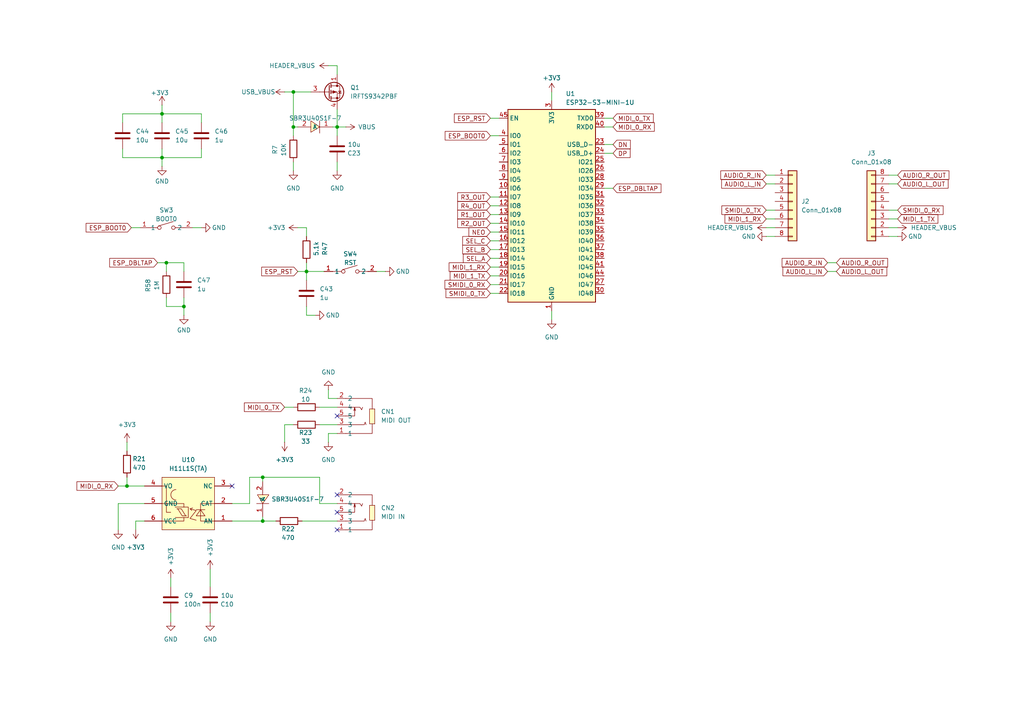
<source format=kicad_sch>
(kicad_sch (version 20250114) (generator "eeschema") (generator_version "9.0")
  (paper "A4")
  (junction (at 382.27 85.09))
  (junction (at 97.79 36.83))
  (junction (at 36.83 140.97))
  (junction (at 85.09 26.67))
  (junction (at 557.53 87.63))
  (junction (at 76.2 138.43))
  (junction (at 383.54 209.55))
  (junction (at 382.27 87.63))
  (junction (at 557.53 85.09))
  (junction (at 53.34 88.9))
  (junction (at 383.54 212.09))
  (junction (at 76.2 151.13))
  (junction (at 46.99 45.72))
  (junction (at 48.26 76.2))
  (junction (at 46.99 33.02))
  (junction (at 556.26 207.01))
  (junction (at -54.61 19.05))
  (junction (at 556.26 209.55))
  (junction (at 88.9 78.74))
  (junction (at 85.09 36.83))
  (no_connect (at 97.79 120.65))
  (no_connect (at 67.31 140.97))
  (no_connect (at 558.8 191.77))
  (no_connect (at 97.79 148.59))
  (no_connect (at 617.22 199.39))
  (no_connect (at 560.07 72.39))
  (no_connect (at 97.79 143.51))
  (no_connect (at -29.21 36.83))
  (no_connect (at 97.79 153.67))
  (no_connect (at -29.21 21.59))
  (no_connect (at 618.49 80.01))
  (no_connect (at 618.49 77.47))
  (wire (pts (xy 445.77 67.31) (xy 445.77 69.85)))
  (wire (pts (xy 142.24 85.09) (xy 144.78 85.09)))
  (wire (pts (xy 356.87 40.64) (xy 354.33 40.64)))
  (wire (pts (xy 222.25 50.8) (xy 224.79 50.8)))
  (wire (pts (xy 528.32 201.93) (xy 558.8 201.93)))
  (wire (pts (xy 528.32 132.08) (xy 624.84 132.08)))
  (wire (pts (xy -25.4 109.22) (xy -25.4 106.68)))
  (wire (pts (xy 222.25 63.5) (xy 224.79 63.5)))
  (wire (pts (xy 546.1 160.02) (xy 528.32 160.02)))
  (wire (pts (xy 449.58 148.59) (xy 355.6 148.59)))
  (wire (pts (xy -31.75 31.75) (xy -29.21 31.75)))
  (wire (pts (xy -31.75 29.21) (xy -29.21 29.21)))
  (wire (pts (xy 619.76 207.01) (xy 617.22 207.01)))
  (wire (pts (xy -55.88 73.66) (xy -53.34 73.66)))
  (wire (pts (xy 656.59 54.61) (xy 656.59 59.69)))
  (wire (pts (xy 356.87 12.7) (xy 354.33 12.7)))
  (wire (pts (xy 356.87 85.09) (xy 354.33 85.09)))
  (wire (pts (xy 260.35 60.96) (xy 257.81 60.96)))
  (wire (pts (xy 256.54 228.6) (xy 254 228.6)))
  (wire (pts (xy 292.1 231.14) (xy 292.1 228.6)))
  (wire (pts (xy 72.39 138.43) (xy 76.2 138.43)))
  (wire (pts (xy 622.3 146.05) (xy 622.3 194.31)))
  (wire (pts (xy 623.57 24.13) (xy 529.59 24.13)))
  (wire (pts (xy 358.14 167.64) (xy 355.6 167.64)))
  (wire (pts (xy -54.61 19.05) (xy -29.21 19.05)))
  (wire (pts (xy 95.25 113.03) (xy 95.25 115.57)))
  (wire (pts (xy 53.34 88.9) (xy 48.26 88.9)))
  (wire (pts (xy 645.16 57.15) (xy 645.16 59.69)))
  (wire (pts (xy 142.24 74.93) (xy 144.78 74.93)))
  (wire (pts (xy -35.56 119.38) (xy -35.56 116.84)))
  (wire (pts (xy 242.57 78.74) (xy 240.03 78.74)))
  (wire (pts (xy 224.79 228.6) (xy 224.79 226.06)))
  (wire (pts (xy 95.25 128.27) (xy 95.25 125.73)))
  (wire (pts (xy 624.84 132.08) (xy 624.84 196.85)))
  (wire (pts (xy 46.99 45.72) (xy 46.99 43.18)))
  (wire (pts (xy 557.53 74.93) (xy 560.07 74.93)))
  (wire (pts (xy 558.8 199.39) (xy 541.02 199.39)))
  (wire (pts (xy -36.83 24.13) (xy -39.37 24.13)))
  (wire (pts (xy 469.9 66.04) (xy 469.9 68.58)))
  (wire (pts (xy 356.87 -1.27) (xy 354.33 -1.27)))
  (wire (pts (xy 354.33 80.01) (xy 384.81 80.01)))
  (wire (pts (xy 36.83 128.27) (xy 36.83 130.81)))
  (wire (pts (xy 92.71 123.19) (xy 97.79 123.19)))
  (wire (pts (xy 358.14 111.76) (xy 355.6 111.76)))
  (wire (pts (xy 160.02 26.67) (xy 160.02 29.21)))
  (wire (pts (xy 560.07 69.85) (xy 547.37 69.85)))
  (wire (pts (xy 358.14 151.13) (xy 355.6 151.13)))
  (wire (pts (xy 92.71 146.05) (xy 92.71 138.43)))
  (wire (pts (xy 368.3 190.5) (xy 355.6 190.5)))
  (wire (pts (xy 560.07 82.55) (xy 557.53 82.55)))
  (wire (pts (xy 34.29 140.97) (xy 36.83 140.97)))
  (wire (pts (xy 450.85 10.16) (xy 450.85 74.93)))
  (wire (pts (xy -53.34 110.49) (xy -53.34 107.95)))
  (wire (pts (xy 557.53 87.63) (xy 557.53 85.09)))
  (wire (pts (xy 655.32 176.53) (xy 655.32 181.61)))
  (wire (pts (xy 453.39 -3.81) (xy 354.33 -3.81)))
  (wire (pts (xy 482.6 184.15) (xy 482.6 189.23)))
  (wire (pts (xy 382.27 90.17) (xy 382.27 87.63)))
  (wire (pts (xy -43.18 97.79) (xy -45.72 97.79)))
  (wire (pts (xy 88.9 91.44) (xy 88.9 88.9)))
  (wire (pts (xy 369.57 72.39) (xy 369.57 52.07)))
  (wire (pts (xy 48.26 76.2) (xy 53.34 76.2)))
  (wire (pts (xy 447.04 191.77) (xy 447.04 194.31)))
  (wire (pts (xy -5.08 16.51) (xy -5.08 13.97)))
  (wire (pts (xy 621.03 85.09) (xy 618.49 85.09)))
  (wire (pts (xy 55.88 66.04) (xy 58.42 66.04)))
  (wire (pts (xy 356.87 57.15) (xy 354.33 57.15)))
  (wire (pts (xy 91.44 91.44) (xy 88.9 91.44)))
  (wire (pts (xy 46.99 48.26) (xy 46.99 45.72)))
  (wire (pts (xy 629.92 104.14) (xy 629.92 201.93)))
  (wire (pts (xy 530.86 151.13) (xy 528.32 151.13)))
  (wire (pts (xy 529.59 10.16) (xy 626.11 10.16)))
  (wire (pts (xy 49.53 177.8) (xy 49.53 180.34)))
  (wire (pts (xy 82.55 118.11) (xy 85.09 118.11)))
  (wire (pts (xy 97.79 19.05) (xy 97.79 21.59)))
  (wire (pts (xy -17.78 81.28) (xy -20.32 81.28)))
  (wire (pts (xy 457.2 106.68) (xy 457.2 204.47)))
  (wire (pts (xy -31.75 26.67) (xy -29.21 26.67)))
  (wire (pts (xy 368.3 201.93) (xy 368.3 190.5)))
  (wire (pts (xy 443.23 77.47) (xy 453.39 77.47)))
  (wire (pts (xy 142.24 39.37) (xy 144.78 39.37)))
  (wire (pts (xy 373.38 194.31) (xy 373.38 162.56)))
  (wire (pts (xy -25.4 119.38) (xy -25.4 116.84)))
  (wire (pts (xy 384.81 77.47) (xy 367.03 77.47)))
  (wire (pts (xy 35.56 33.02) (xy 35.56 35.56)))
  (wire (pts (xy 58.42 33.02) (xy 58.42 35.56)))
  (wire (pts (xy 384.81 72.39) (xy 369.57 72.39)))
  (wire (pts (xy -55.88 19.05) (xy -54.61 19.05)))
  (wire (pts (xy 177.8 36.83) (xy 175.26 36.83)))
  (wire (pts (xy 448.31 24.13) (xy 354.33 24.13)))
  (wire (pts (xy 557.53 87.63) (xy 560.07 87.63)))
  (wire (pts (xy 292.1 228.6) (xy 289.56 228.6)))
  (wire (pts (xy 560.07 77.47) (xy 542.29 77.47)))
  (wire (pts (xy 448.31 72.39) (xy 448.31 24.13)))
  (wire (pts (xy 46.99 45.72) (xy 58.42 45.72)))
  (wire (pts (xy 530.86 190.5) (xy 528.32 190.5)))
  (wire (pts (xy 455.93 -17.78) (xy 455.93 80.01)))
  (wire (pts (xy 532.13 40.64) (xy 529.59 40.64)))
  (wire (pts (xy 481.33 76.2) (xy 481.33 78.74)))
  (wire (pts (xy 60.96 177.8) (xy 60.96 180.34)))
  (wire (pts (xy 222.25 228.6) (xy 219.71 228.6)))
  (wire (pts (xy 97.79 36.83) (xy 100.33 36.83)))
  (wire (pts (xy 88.9 66.04) (xy 88.9 68.58)))
  (wire (pts (xy 95.25 19.05) (xy 97.79 19.05)))
  (wire (pts (xy 82.55 123.19) (xy 85.09 123.19)))
  (wire (pts (xy -63.5 100.33) (xy -63.5 102.87)))
  (wire (pts (xy 386.08 207.01) (xy 383.54 207.01)))
  (wire (pts (xy 542.29 66.04) (xy 529.59 66.04)))
  (wire (pts (xy 72.39 146.05) (xy 67.31 146.05)))
  (wire (pts (xy 49.53 167.64) (xy 49.53 170.18)))
  (wire (pts (xy 444.5 196.85) (xy 449.58 196.85)))
  (wire (pts (xy 96.52 36.83) (xy 97.79 36.83)))
  (wire (pts (xy 384.81 69.85) (xy 372.11 69.85)))
  (wire (pts (xy 622.3 194.31) (xy 617.22 194.31)))
  (wire (pts (xy 142.24 67.31) (xy 144.78 67.31)))
  (wire (pts (xy 142.24 57.15) (xy 144.78 57.15)))
  (wire (pts (xy 382.27 74.93) (xy 384.81 74.93)))
  (wire (pts (xy 222.25 231.14) (xy 222.25 228.6)))
  (wire (pts (xy 88.9 78.74) (xy 88.9 81.28)))
  (wire (pts (xy 177.8 34.29) (xy 175.26 34.29)))
  (wire (pts (xy 358.14 195.58) (xy 355.6 195.58)))
  (wire (pts (xy 72.39 138.43) (xy 72.39 146.05)))
  (wire (pts (xy 623.57 72.39) (xy 623.57 24.13)))
  (wire (pts (xy 358.14 179.07) (xy 355.6 179.07)))
  (wire (pts (xy 558.8 194.31) (xy 546.1 194.31)))
  (wire (pts (xy 82.55 128.27) (xy 82.55 123.19)))
  (wire (pts (xy 386.08 196.85) (xy 370.84 196.85)))
  (wire (pts (xy 354.33 -17.78) (xy 455.93 -17.78)))
  (wire (pts (xy 372.11 38.1) (xy 354.33 38.1)))
  (wire (pts (xy 142.24 64.77) (xy 144.78 64.77)))
  (wire (pts (xy 452.12 134.62) (xy 452.12 199.39)))
  (wire (pts (xy 142.24 77.47) (xy 144.78 77.47)))
  (wire (pts (xy 222.25 68.58) (xy 224.79 68.58)))
  (wire (pts (xy 142.24 72.39) (xy 144.78 72.39)))
  (wire (pts (xy 626.11 10.16) (xy 626.11 74.93)))
  (wire (pts (xy 621.03 67.31) (xy 621.03 69.85)))
  (wire (pts (xy 76.2 149.86) (xy 76.2 151.13)))
  (wire (pts (xy -66.04 113.03) (xy -63.5 113.03)))
  (wire (pts (xy 481.33 63.5) (xy 481.33 68.58)))
  (wire (pts (xy 356.87 -15.24) (xy 354.33 -15.24)))
  (wire (pts (xy 532.13 82.55) (xy 529.59 82.55)))
  (wire (pts (xy 142.24 62.23) (xy 144.78 62.23)))
  (wire (pts (xy 358.14 137.16) (xy 355.6 137.16)))
  (wire (pts (xy 532.13 85.09) (xy 529.59 85.09)))
  (wire (pts (xy 557.53 90.17) (xy 557.53 87.63)))
  (wire (pts (xy 356.87 54.61) (xy 354.33 54.61)))
  (wire (pts (xy 259.08 226.06) (xy 254 226.06)))
  (wire (pts (xy -17.78 66.04) (xy -20.32 66.04)))
  (wire (pts (xy 643.89 179.07) (xy 643.89 181.61)))
  (wire (pts (xy 556.26 212.09) (xy 556.26 209.55)))
  (wire (pts (xy 177.8 41.91) (xy 175.26 41.91)))
  (wire (pts (xy -29.21 41.91) (xy -54.61 41.91)))
  (wire (pts (xy 358.14 181.61) (xy 355.6 181.61)))
  (wire (pts (xy 619.76 209.55) (xy 617.22 209.55)))
  (wire (pts (xy 97.79 146.05) (xy 92.71 146.05)))
  (wire (pts (xy 358.14 109.22) (xy 355.6 109.22)))
  (wire (pts (xy 222.25 66.04) (xy 224.79 66.04)))
  (wire (pts (xy 34.29 153.67) (xy 34.29 146.05)))
  (wire (pts (xy 383.54 212.09) (xy 386.08 212.09)))
  (wire (pts (xy 35.56 45.72) (xy 46.99 45.72)))
  (wire (pts (xy 39.37 151.13) (xy 41.91 151.13)))
  (wire (pts (xy 369.57 52.07) (xy 354.33 52.07)))
  (wire (pts (xy -29.21 16.51) (xy -31.75 16.51)))
  (wire (pts (xy 356.87 71.12) (xy 354.33 71.12)))
  (wire (pts (xy 383.54 212.09) (xy 383.54 209.55)))
  (wire (pts (xy 142.24 80.01) (xy 144.78 80.01)))
  (wire (pts (xy 445.77 69.85) (xy 443.23 69.85)))
  (wire (pts (xy 629.92 201.93) (xy 617.22 201.93)))
  (wire (pts (xy 41.91 140.97) (xy 36.83 140.97)))
  (wire (pts (xy 88.9 78.74) (xy 93.98 78.74)))
  (wire (pts (xy 444.5 201.93) (xy 454.66 201.93)))
  (wire (pts (xy 449.58 196.85) (xy 449.58 148.59)))
  (wire (pts (xy 557.53 85.09) (xy 560.07 85.09)))
  (wire (pts (xy -7.62 16.51) (xy -5.08 16.51)))
  (wire (pts (xy 53.34 91.44) (xy 53.34 88.9)))
  (wire (pts (xy 532.13 43.18) (xy 529.59 43.18)))
  (wire (pts (xy 39.37 153.67) (xy 39.37 151.13)))
  (wire (pts (xy -7.62 44.45) (xy -5.08 44.45)))
  (wire (pts (xy -63.5 113.03) (xy -63.5 110.49)))
  (wire (pts (xy 557.53 82.55) (xy 557.53 85.09)))
  (wire (pts (xy 160.02 90.17) (xy 160.02 92.71)))
  (wire (pts (xy 528.32 146.05) (xy 622.3 146.05)))
  (wire (pts (xy 530.86 162.56) (xy 528.32 162.56)))
  (wire (pts (xy -53.34 81.28) (xy -68.58 81.28)))
  (wire (pts (xy 530.86 109.22) (xy 528.32 109.22)))
  (wire (pts (xy 471.17 186.69) (xy 471.17 189.23)))
  (wire (pts (xy -63.5 100.33) (xy -60.96 100.33)))
  (wire (pts (xy 86.36 66.04) (xy 88.9 66.04)))
  (wire (pts (xy 356.87 26.67) (xy 354.33 26.67)))
  (wire (pts (xy 48.26 88.9) (xy 48.26 86.36)))
  (wire (pts (xy 532.13 71.12) (xy 529.59 71.12)))
  (wire (pts (xy 260.35 66.04) (xy 257.81 66.04)))
  (wire (pts (xy 447.04 209.55) (xy 444.5 209.55)))
  (wire (pts (xy 222.25 60.96) (xy 224.79 60.96)))
  (wire (pts (xy 358.14 193.04) (xy 355.6 193.04)))
  (wire (pts (xy 530.86 193.04) (xy 528.32 193.04)))
  (wire (pts (xy 46.99 33.02) (xy 46.99 35.56)))
  (wire (pts (xy 530.86 106.68) (xy 528.32 106.68)))
  (wire (pts (xy 177.8 44.45) (xy 175.26 44.45)))
  (wire (pts (xy 373.38 162.56) (xy 355.6 162.56)))
  (wire (pts (xy 356.87 29.21) (xy 354.33 29.21)))
  (wire (pts (xy -31.75 34.29) (xy -29.21 34.29)))
  (wire (pts (xy 355.6 134.62) (xy 452.12 134.62)))
  (wire (pts (xy 88.9 76.2) (xy 88.9 78.74)))
  (wire (pts (xy 530.86 204.47) (xy 528.32 204.47)))
  (wire (pts (xy 58.42 45.72) (xy 58.42 43.18)))
  (wire (pts (xy 529.59 80.01) (xy 560.07 80.01)))
  (wire (pts (xy 259.08 228.6) (xy 259.08 226.06)))
  (wire (pts (xy 358.14 165.1) (xy 355.6 165.1)))
  (wire (pts (xy 36.83 140.97) (xy 36.83 138.43)))
  (wire (pts (xy 82.55 26.67) (xy 85.09 26.67)))
  (wire (pts (xy 471.17 196.85) (xy 471.17 199.39)))
  (wire (pts (xy 231.14 226.06) (xy 233.68 226.06)))
  (wire (pts (xy 142.24 69.85) (xy 144.78 69.85)))
  (wire (pts (xy 356.87 82.55) (xy 354.33 82.55)))
  (wire (pts (xy 528.32 104.14) (xy 629.92 104.14)))
  (wire (pts (xy 356.87 -12.7) (xy 354.33 -12.7)))
  (wire (pts (xy 224.79 226.06) (xy 219.71 226.06)))
  (wire (pts (xy 358.14 207.01) (xy 355.6 207.01)))
  (wire (pts (xy 60.96 165.1) (xy 60.96 170.18)))
  (wire (pts (xy 356.87 1.27) (xy 354.33 1.27)))
  (wire (pts (xy 618.49 72.39) (xy 623.57 72.39)))
  (wire (pts (xy 109.22 78.74) (xy 111.76 78.74)))
  (wire (pts (xy -29.21 44.45) (xy -31.75 44.45)))
  (wire (pts (xy 367.03 77.47) (xy 367.03 66.04)))
  (wire (pts (xy 541.02 199.39) (xy 541.02 187.96)))
  (wire (pts (xy 35.56 45.72) (xy 35.56 43.18)))
  (wire (pts (xy 383.54 207.01) (xy 383.54 209.55)))
  (wire (pts (xy 556.26 209.55) (xy 558.8 209.55)))
  (wire (pts (xy 457.2 204.47) (xy 444.5 204.47)))
  (wire (pts (xy 358.14 123.19) (xy 355.6 123.19)))
  (wire (pts (xy 556.26 196.85) (xy 558.8 196.85)))
  (wire (pts (xy -35.56 109.22) (xy -35.56 106.68)))
  (wire (pts (xy 383.54 214.63) (xy 383.54 212.09)))
  (wire (pts (xy 556.26 204.47) (xy 556.26 207.01)))
  (wire (pts (xy 144.78 34.29) (xy 142.24 34.29)))
  (wire (pts (xy 556.26 207.01) (xy 558.8 207.01)))
  (wire (pts (xy -53.34 66.04) (xy -68.58 66.04)))
  (wire (pts (xy 53.34 76.2) (xy 53.34 78.74)))
  (wire (pts (xy 619.76 204.47) (xy 617.22 204.47)))
  (wire (pts (xy 556.26 209.55) (xy 556.26 207.01)))
  (wire (pts (xy 532.13 68.58) (xy 529.59 68.58)))
  (wire (pts (xy 532.13 15.24) (xy 529.59 15.24)))
  (wire (pts (xy 382.27 87.63) (xy 382.27 85.09)))
  (wire (pts (xy 445.77 85.09) (xy 443.23 85.09)))
  (wire (pts (xy 386.08 201.93) (xy 368.3 201.93)))
  (wire (pts (xy 530.86 148.59) (xy 528.32 148.59)))
  (wire (pts (xy 355.6 106.68) (xy 457.2 106.68)))
  (wire (pts (xy 356.87 68.58) (xy 354.33 68.58)))
  (wire (pts (xy 482.6 196.85) (xy 482.6 199.39)))
  (wire (pts (xy 547.37 38.1) (xy 529.59 38.1)))
  (wire (pts (xy 454.66 120.65) (xy 355.6 120.65)))
  (wire (pts (xy 530.86 165.1) (xy 528.32 165.1)))
  (wire (pts (xy 260.35 50.8) (xy 257.81 50.8)))
  (wire (pts (xy 358.14 139.7) (xy 355.6 139.7)))
  (wire (pts (xy 530.86 137.16) (xy 528.32 137.16)))
  (wire (pts (xy 45.72 76.2) (xy 48.26 76.2)))
  (wire (pts (xy 266.7 226.06) (xy 269.24 226.06)))
  (wire (pts (xy 53.34 86.36) (xy 53.34 88.9)))
  (wire (pts (xy 85.09 26.67) (xy 90.17 26.67)))
  (wire (pts (xy 142.24 59.69) (xy 144.78 59.69)))
  (wire (pts (xy 655.32 189.23) (xy 655.32 191.77)))
  (wire (pts (xy 356.87 43.18) (xy 354.33 43.18)))
  (wire (pts (xy 35.56 33.02) (xy 46.99 33.02)))
  (wire (pts (xy 454.66 201.93) (xy 454.66 120.65)))
  (wire (pts (xy 76.2 138.43) (xy 76.2 139.7)))
  (wire (pts (xy 370.84 196.85) (xy 370.84 176.53)))
  (wire (pts (xy 97.79 151.13) (xy 87.63 151.13)))
  (wire (pts (xy 383.54 209.55) (xy 386.08 209.55)))
  (wire (pts (xy 447.04 212.09) (xy 444.5 212.09)))
  (wire (pts (xy 452.12 199.39) (xy 444.5 199.39)))
  (wire (pts (xy 367.03 66.04) (xy 354.33 66.04)))
  (wire (pts (xy 196.85 226.06) (xy 199.39 226.06)))
  (wire (pts (xy 447.04 194.31) (xy 444.5 194.31)))
  (wire (pts (xy 450.85 74.93) (xy 443.23 74.93)))
  (wire (pts (xy 643.89 189.23) (xy 643.89 191.77)))
  (wire (pts (xy 530.86 207.01) (xy 528.32 207.01)))
  (wire (pts (xy 542.29 77.47) (xy 542.29 66.04)))
  (wire (pts (xy -36.83 39.37) (xy -39.37 39.37)))
  (wire (pts (xy 260.35 68.58) (xy 257.81 68.58)))
  (wire (pts (xy 142.24 82.55) (xy 144.78 82.55)))
  (wire (pts (xy 455.93 80.01) (xy 443.23 80.01)))
  (wire (pts (xy 67.31 151.13) (xy 76.2 151.13)))
  (wire (pts (xy 289.56 226.06) (xy 292.1 226.06)))
  (wire (pts (xy 532.13 12.7) (xy 529.59 12.7)))
  (wire (pts (xy 269.24 228.6) (xy 259.08 228.6)))
  (wire (pts (xy 222.25 53.34) (xy 224.79 53.34)))
  (wire (pts (xy 85.09 36.83) (xy 85.09 39.37)))
  (wire (pts (xy 34.29 146.05) (xy 41.91 146.05)))
  (wire (pts (xy 370.84 176.53) (xy 355.6 176.53)))
  (wire (pts (xy 624.84 196.85) (xy 617.22 196.85)))
  (wire (pts (xy 621.03 87.63) (xy 618.49 87.63)))
  (wire (pts (xy 260.35 63.5) (xy 257.81 63.5)))
  (wire (pts (xy 38.1 66.04) (xy 40.64 66.04)))
  (wire (pts (xy 48.26 76.2) (xy 48.26 78.74)))
  (wire (pts (xy 256.54 231.14) (xy 256.54 228.6)))
  (wire (pts (xy 97.79 31.75) (xy 97.79 36.83)))
  (wire (pts (xy 532.13 26.67) (xy 529.59 26.67)))
  (wire (pts (xy 242.57 76.2) (xy 240.03 76.2)))
  (wire (pts (xy 233.68 228.6) (xy 224.79 228.6)))
  (wire (pts (xy 384.81 82.55) (xy 382.27 82.55)))
  (wire (pts (xy 645.16 67.31) (xy 645.16 69.85)))
  (wire (pts (xy 382.27 85.09) (xy 384.81 85.09)))
  (wire (pts (xy 382.27 82.55) (xy 382.27 85.09)))
  (wire (pts (xy 445.77 87.63) (xy 443.23 87.63)))
  (wire (pts (xy 355.6 204.47) (xy 386.08 204.47)))
  (wire (pts (xy 85.09 36.83) (xy 86.36 36.83)))
  (wire (pts (xy 97.79 36.83) (xy 97.79 39.37)))
  (wire (pts (xy 260.35 53.34) (xy 257.81 53.34)))
  (wire (pts (xy 95.25 125.73) (xy 97.79 125.73)))
  (wire (pts (xy 85.09 46.99) (xy 85.09 49.53)))
  (wire (pts (xy 546.1 160.02) (xy 546.1 194.31)))
  (wire (pts (xy 619.76 191.77) (xy 617.22 191.77)))
  (wire (pts (xy 447.04 207.01) (xy 444.5 207.01)))
  (wire (pts (xy 46.99 30.48) (xy 46.99 33.02)))
  (wire (pts (xy 177.8 54.61) (xy 175.26 54.61)))
  (wire (pts (xy 372.11 69.85) (xy 372.11 38.1)))
  (wire (pts (xy -17.78 73.66) (xy -20.32 73.66)))
  (wire (pts (xy 621.03 82.55) (xy 618.49 82.55)))
  (wire (pts (xy 76.2 138.43) (xy 92.71 138.43)))
  (wire (pts (xy 558.8 204.47) (xy 556.26 204.47)))
  (wire (pts (xy 92.71 118.11) (xy 97.79 118.11)))
  (wire (pts (xy 621.03 69.85) (xy 618.49 69.85)))
  (wire (pts (xy -66.04 97.79) (xy -60.96 97.79)))
  (wire (pts (xy 358.14 209.55) (xy 355.6 209.55)))
  (wire (pts (xy 356.87 15.24) (xy 354.33 15.24)))
  (wire (pts (xy 453.39 77.47) (xy 453.39 -3.81)))
  (wire (pts (xy 469.9 76.2) (xy 469.9 78.74)))
  (wire (pts (xy 354.33 10.16) (xy 450.85 10.16)))
  (wire (pts (xy 443.23 72.39) (xy 448.31 72.39)))
  (wire (pts (xy 532.13 29.21) (xy 529.59 29.21)))
  (wire (pts (xy 626.11 74.93) (xy 618.49 74.93)))
  (wire (pts (xy 85.09 26.67) (xy 85.09 36.83)))
  (wire (pts (xy 619.76 189.23) (xy 619.76 191.77)))
  (wire (pts (xy 541.02 187.96) (xy 528.32 187.96)))
  (wire (pts (xy 46.99 33.02) (xy 58.42 33.02)))
  (wire (pts (xy -5.08 44.45) (xy -5.08 46.99)))
  (wire (pts (xy 383.54 199.39) (xy 386.08 199.39)))
  (wire (pts (xy 547.37 69.85) (xy 547.37 38.1)))
  (wire (pts (xy 97.79 46.99) (xy 97.79 49.53)))
  (wire (pts (xy 445.77 82.55) (xy 443.23 82.55)))
  (wire (pts (xy 386.08 194.31) (xy 373.38 194.31)))
  (wire (pts (xy 358.14 125.73) (xy 355.6 125.73)))
  (wire (pts (xy 530.86 134.62) (xy 528.32 134.62)))
  (wire (pts (xy 382.27 87.63) (xy 384.81 87.63)))
  (wire (pts (xy 358.14 153.67) (xy 355.6 153.67)))
  (wire (pts (xy -73.66 19.05) (xy -71.12 19.05)))
  (wire (pts (xy 95.25 115.57) (xy 97.79 115.57)))
  (wire (pts (xy 76.2 151.13) (xy 80.01 151.13)))
  (wire (pts (xy 88.9 78.74) (xy 86.36 78.74)))
  (wire (pts (xy 656.59 67.31) (xy 656.59 69.85)))
  (wire (pts (xy -54.61 41.91) (xy -54.61 19.05)))
  (global_label "AUDIO_L_OUT" (shape input) (at 260.35 53.34 0) (property "Intersheetrefs" "${INTERSHEET_REFS}" (effects (hide yes))))
  (global_label "SEL_B" (shape input) (at 142.24 72.39 180) (property "Intersheetrefs" "${INTERSHEET_REFS}" (effects (hide yes))))
  (global_label "AUDIO_R_OUT" (shape input) (at 260.35 50.8 0) (property "Intersheetrefs" "${INTERSHEET_REFS}" (effects (hide yes))))
  (global_label "AUDIO_L_OUT" (shape input) (at 242.57 78.74 0) (property "Intersheetrefs" "${INTERSHEET_REFS}" (effects (hide yes))))
  (global_label "SEL_B" (shape input) (at 445.77 85.09 0) (property "Intersheetrefs" "${INTERSHEET_REFS}" (effects (hide yes))))
  (global_label "DP" (shape input) (at 177.8 44.45 0) (property "Intersheetrefs" "${INTERSHEET_REFS}" (effects (hide yes))))
  (global_label "SEL_A" (shape input) (at 142.24 74.93 180) (property "Intersheetrefs" "${INTERSHEET_REFS}" (effects (hide yes))))
  (global_label "AUDIO_L_IN" (shape input) (at 240.03 78.74 180) (property "Intersheetrefs" "${INTERSHEET_REFS}" (effects (hide yes))))
  (global_label "MIDI_1_TX" (shape input) (at 260.35 63.5 0) (property "Intersheetrefs" "${INTERSHEET_REFS}" (effects (hide yes))))
  (global_label "R3_OUT" (shape input) (at 142.24 57.15 180) (property "Intersheetrefs" "${INTERSHEET_REFS}" (effects (hide yes))))
  (global_label "SEL_C" (shape input) (at 142.24 69.85 180) (property "Intersheetrefs" "${INTERSHEET_REFS}" (effects (hide yes))))
  (global_label "MIDI_1_RX" (shape input) (at 222.25 63.5 180) (property "Intersheetrefs" "${INTERSHEET_REFS}" (effects (hide yes))))
  (global_label "ESP_RST" (shape input) (at 142.24 34.29 180) (property "Intersheetrefs" "${INTERSHEET_REFS}" (effects (hide yes))))
  (global_label "SEL_A" (shape input) (at 447.04 207.01 0) (property "Intersheetrefs" "${INTERSHEET_REFS}" (effects (hide yes))))
  (global_label "MIDI_0_RX" (shape input) (at 34.29 140.97 180) (property "Intersheetrefs" "${INTERSHEET_REFS}" (effects (hide yes))))
  (global_label "DP" (shape input) (at -17.78 81.28 0) (property "Intersheetrefs" "${INTERSHEET_REFS}" (effects (hide yes))))
  (global_label "DN_PRE" (shape input) (at -31.75 26.67 180) (property "Intersheetrefs" "${INTERSHEET_REFS}" (effects (hide yes))))
  (global_label "SEL_B" (shape input) (at 621.03 85.09 0) (property "Intersheetrefs" "${INTERSHEET_REFS}" (effects (hide yes))))
  (global_label "SEL_B" (shape input) (at 447.04 209.55 0) (property "Intersheetrefs" "${INTERSHEET_REFS}" (effects (hide yes))))
  (global_label "AUDIO_R_OUT" (shape input) (at 242.57 76.2 0) (property "Intersheetrefs" "${INTERSHEET_REFS}" (effects (hide yes))))
  (global_label "MIDI_1_TX" (shape input) (at 142.24 80.01 180) (property "Intersheetrefs" "${INTERSHEET_REFS}" (effects (hide yes))))
  (global_label "AUDIO_R_IN" (shape input) (at 222.25 50.8 180) (property "Intersheetrefs" "${INTERSHEET_REFS}" (effects (hide yes))))
  (global_label "NEO" (shape input) (at 142.24 67.31 180) (property "Intersheetrefs" "${INTERSHEET_REFS}" (effects (hide yes))))
  (global_label "ESP_DBLTAP" (shape input) (at 177.8 54.61 0) (property "Intersheetrefs" "${INTERSHEET_REFS}" (effects (hide yes))))
  (global_label "AUDIO_R_IN" (shape input) (at 240.03 76.2 180) (property "Intersheetrefs" "${INTERSHEET_REFS}" (effects (hide yes))))
  (global_label "SEL_C" (shape input) (at 619.76 209.55 0) (property "Intersheetrefs" "${INTERSHEET_REFS}" (effects (hide yes))))
  (global_label "R4_OUT" (shape input) (at 142.24 59.69 180) (property "Intersheetrefs" "${INTERSHEET_REFS}" (effects (hide yes))))
  (global_label "R1_OUT" (shape input) (at 382.27 74.93 180) (property "Intersheetrefs" "${INTERSHEET_REFS}" (effects (hide yes))))
  (global_label "ESP_DBLTAP" (shape input) (at 45.72 76.2 180) (property "Intersheetrefs" "${INTERSHEET_REFS}" (effects (hide yes))))
  (global_label "ESP_RST" (shape input) (at 86.36 78.74 180) (property "Intersheetrefs" "${INTERSHEET_REFS}" (effects (hide yes))))
  (global_label "SEL_C" (shape input) (at 445.77 87.63 0) (property "Intersheetrefs" "${INTERSHEET_REFS}" (effects (hide yes))))
  (global_label "DN" (shape input) (at -17.78 66.04 0) (property "Intersheetrefs" "${INTERSHEET_REFS}" (effects (hide yes))))
  (global_label "MIDI_0_TX" (shape input) (at 82.55 118.11 180) (property "Intersheetrefs" "${INTERSHEET_REFS}" (effects (hide yes))))
  (global_label "DN_PRE" (shape input) (at -31.75 31.75 180) (property "Intersheetrefs" "${INTERSHEET_REFS}" (effects (hide yes))))
  (global_label "SMIDI_0_TX" (shape input) (at 142.24 85.09 180) (property "Intersheetrefs" "${INTERSHEET_REFS}" (effects (hide yes))))
  (global_label "SEL_A" (shape input) (at 445.77 82.55 0) (property "Intersheetrefs" "${INTERSHEET_REFS}" (effects (hide yes))))
  (global_label "SEL_C" (shape input) (at 621.03 87.63 0) (property "Intersheetrefs" "${INTERSHEET_REFS}" (effects (hide yes))))
  (global_label "SMIDI_0_TX" (shape input) (at 222.25 60.96 180) (property "Intersheetrefs" "${INTERSHEET_REFS}" (effects (hide yes))))
  (global_label "SEL_A" (shape input) (at 621.03 82.55 0) (property "Intersheetrefs" "${INTERSHEET_REFS}" (effects (hide yes))))
  (global_label "SMIDI_0_RX" (shape input) (at 142.24 82.55 180) (property "Intersheetrefs" "${INTERSHEET_REFS}" (effects (hide yes))))
  (global_label "MIDI_0_RX" (shape input) (at 177.8 36.83 0) (property "Intersheetrefs" "${INTERSHEET_REFS}" (effects (hide yes))))
  (global_label "SEL_B" (shape input) (at 619.76 207.01 0) (property "Intersheetrefs" "${INTERSHEET_REFS}" (effects (hide yes))))
  (global_label "R3_OUT" (shape input) (at 383.54 199.39 180) (property "Intersheetrefs" "${INTERSHEET_REFS}" (effects (hide yes))))
  (global_label "R4_OUT" (shape input) (at 556.26 196.85 180) (property "Intersheetrefs" "${INTERSHEET_REFS}" (effects (hide yes))))
  (global_label "R2_OUT" (shape input) (at 142.24 64.77 180) (property "Intersheetrefs" "${INTERSHEET_REFS}" (effects (hide yes))))
  (global_label "R2_OUT" (shape input) (at 557.53 74.93 180) (property "Intersheetrefs" "${INTERSHEET_REFS}" (effects (hide yes))))
  (global_label "MIDI_0_TX" (shape input) (at 177.8 34.29 0) (property "Intersheetrefs" "${INTERSHEET_REFS}" (effects (hide yes))))
  (global_label "ESP_BOOT0" (shape input) (at 142.24 39.37 180) (property "Intersheetrefs" "${INTERSHEET_REFS}" (effects (hide yes))))
  (global_label "DN" (shape input) (at 177.8 41.91 0) (property "Intersheetrefs" "${INTERSHEET_REFS}" (effects (hide yes))))
  (global_label "R1_OUT" (shape input) (at 142.24 62.23 180) (property "Intersheetrefs" "${INTERSHEET_REFS}" (effects (hide yes))))
  (global_label "DN_PRE" (shape input) (at -68.58 66.04 180) (property "Intersheetrefs" "${INTERSHEET_REFS}" (effects (hide yes))))
  (global_label "AUDIO_L_IN" (shape input) (at 222.25 53.34 180) (property "Intersheetrefs" "${INTERSHEET_REFS}" (effects (hide yes))))
  (global_label "MIDI_1_RX" (shape input) (at 142.24 77.47 180) (property "Intersheetrefs" "${INTERSHEET_REFS}" (effects (hide yes))))
  (global_label "NEO" (shape input) (at 292.1 226.06 0) (property "Intersheetrefs" "${INTERSHEET_REFS}" (effects (hide yes))))
  (global_label "DP_PRE" (shape input) (at -31.75 29.21 180) (property "Intersheetrefs" "${INTERSHEET_REFS}" (effects (hide yes))))
  (global_label "SEL_C" (shape input) (at 447.04 212.09 0) (property "Intersheetrefs" "${INTERSHEET_REFS}" (effects (hide yes))))
  (global_label "ESP_BOOT0" (shape input) (at 38.1 66.04 180) (property "Intersheetrefs" "${INTERSHEET_REFS}" (effects (hide yes))))
  (global_label "SMIDI_0_RX" (shape input) (at 260.35 60.96 0) (property "Intersheetrefs" "${INTERSHEET_REFS}" (effects (hide yes))))
  (global_label "SEL_A" (shape input) (at 619.76 204.47 0) (property "Intersheetrefs" "${INTERSHEET_REFS}" (effects (hide yes))))
  (global_label "DP_PRE" (shape input) (at -31.75 34.29 180) (property "Intersheetrefs" "${INTERSHEET_REFS}" (effects (hide yes))))
  (global_label "DP_PRE" (shape input) (at -68.58 81.28 180) (property "Intersheetrefs" "${INTERSHEET_REFS}" (effects (hide yes))))
  (symbol (lib_id "power:GND") (at 97.79 49.53 0) (mirror y) (unit 1)
    (property "Reference" "#PWR0125" (effects (hide yes)))
    (property "Value" "GND" (at 97.79 54.61 0))
    (property "Description" "Power symbol creates a global label with name \"GND\" , ground" (effects (hide yes)))
  )
  (symbol (lib_id "power:GND") (at 382.27 90.17 0) (unit 1)
    (property "Reference" "#PWR018" (effects (hide yes)))
    (property "Value" "GND" (at 382.27 96.52 0))
    (property "Description" "Power symbol creates a global label with name \"GND\" , ground" (effects (hide yes)))
  )
  (symbol (lib_id "power:GND") (at -39.37 24.13 270) (mirror x) (unit 1)
    (property "Reference" "#PWR023" (effects (hide yes)))
    (property "Value" "GND" (at -44.45 24.13 90))
    (property "Description" "Power symbol creates a global label with name \"GND\" , ground" (effects (hide yes)))
  )
  (symbol (lib_id "easyeda2kicad:JK-NSMD050-30V") (at -63.5 19.05 180) (unit 1)
    (property "Reference" "F1" (at -63.5 25.4 0))
    (property "Value" "JK-NSMD050-30V" (at -63.5 22.86 0))
    (property "Footprint" "easyeda2kicad:F1206" (effects (hide yes)))
    (property "Datasheet" "https://lcsc.com/product-detail/PTC-Resettable-Fuses_Jinrui-Electronic-Materials-Co-JK-NSMD050-30V_C720075.html" (effects (hide yes)))
    (property "LCSC Part" "C720075" (effects (hide yes)))
  )
  (symbol (lib_id "power:GND") (at 85.09 49.53 0) (mirror y) (unit 1)
    (property "Reference" "#PWR0126" (effects (hide yes)))
    (property "Value" "GND" (at 85.09 54.61 0))
    (property "Description" "Power symbol creates a global label with name \"GND\" , ground" (effects (hide yes)))
  )
  (symbol (lib_id "Device:R") (at -63.5 106.68 0) (unit 1)
    (property "Reference" "R4" (at -68.834 106.934 90))
    (property "Value" "10K" (at -66.294 106.934 90))
    (property "Footprint" "Resistor_SMD:R_0402_1005Metric" (effects (hide yes)))
    (property "Description" "Resistor" (effects (hide yes)))
  )
  (symbol (lib_id "Device:C") (at 88.9 85.09 0) (unit 1)
    (property "Reference" "C43" (at 92.71 83.8199 0) (effects (justify left)))
    (property "Value" "1u" (at 92.71 86.3599 0) (effects (justify left)))
    (property "Footprint" "Capacitor_SMD:C_0402_1005Metric" (effects (hide yes)))
    (property "Description" "Unpolarized capacitor" (effects (hide yes)))
  )
  (symbol (lib_id "Regulator_Linear:AP2112K-3.3") (at -53.34 100.33 0) (unit 1)
    (property "Reference" "U2" (at -53.34 92.71 0))
    (property "Value" "AP2112K-3.3" (at -53.34 95.25 0))
    (property "Footprint" "Package_TO_SOT_SMD:SOT-23-5" (effects (hide yes)))
    (property "Datasheet" "https://www.diodes.com/assets/Datasheets/AP2112.pdf" (effects (hide yes)))
    (property "Description" "600mA low dropout linear regulator, with enable pin, 3.8V-6V input voltage range, 3.3V fixed positive output, SOT-23-5" (effects (hide yes)))
  )
  (symbol (lib_id "power:+3V3") (at 356.87 57.15 270) (unit 1)
    (property "Reference" "#PWR05" (effects (hide yes)))
    (property "Value" "+3V3" (at 360.68 57.1501 90) (effects (justify left)))
    (property "Description" "Power symbol creates a global label with name \"+3V3\"" (effects (hide yes)))
  )
  (symbol (lib_id "power:VCC") (at 481.33 63.5 0) (unit 1)
    (property "Reference" "#PWR028" (effects (hide yes)))
    (property "Value" "+3V3" (at 481.33 59.944 90) (effects (justify left)))
    (property "Description" "Power symbol creates a global label with name \"VCC\"" (effects (hide yes)))
  )
  (symbol (lib_id "power:GND") (at 222.25 231.14 0) (mirror y) (unit 1)
    (property "Reference" "#PWR088" (effects (hide yes)))
    (property "Value" "GND" (at 222.25 236.22 0))
    (property "Description" "Power symbol creates a global label with name \"GND\" , ground" (effects (hide yes)))
  )
  (symbol (lib_id "Connector_Generic:Conn_01x08") (at 252.73 60.96 180) (unit 1)
    (property "Reference" "J3" (at 252.73 44.45 0))
    (property "Value" "Conn_01x08" (at 252.73 46.99 0))
    (property "Footprint" "easyeda2kicad:HDR-SMD_8P-P2.54-H-F-L11.5" (effects (hide yes)))
    (property "Description" "Generic connector, single row, 01x08, script generated (kicad-library-utils/schlib/autogen/connector/)" (effects (hide yes)))
  )
  (symbol (lib_id "power:GND") (at 530.86 134.62 90) (unit 1)
    (property "Reference" "#PWR092" (effects (hide yes)))
    (property "Value" "GND" (at 534.67 134.6201 90) (effects (justify right)))
    (property "Description" "Power symbol creates a global label with name \"GND\" , ground" (effects (hide yes)))
  )
  (symbol (lib_id "power:GND") (at 358.14 109.22 90) (unit 1)
    (property "Reference" "#PWR058" (effects (hide yes)))
    (property "Value" "GND" (at 361.95 109.2201 90) (effects (justify right)))
    (property "Description" "Power symbol creates a global label with name \"GND\" , ground" (effects (hide yes)))
  )
  (symbol (lib_id "power:VBUS") (at -25.4 106.68 0) (unit 1)
    (property "Reference" "#PWR046" (effects (hide yes)))
    (property "Value" "VBUS" (at -25.4 100.584 90))
    (property "Description" "Power symbol creates a global label with name \"VBUS\"" (effects (hide yes)))
  )
  (symbol (lib_id "power:GND") (at 356.87 82.55 90) (unit 1)
    (property "Reference" "#PWR02" (effects (hide yes)))
    (property "Value" "GND" (at 360.68 82.5501 90) (effects (justify right)))
    (property "Description" "Power symbol creates a global label with name \"GND\" , ground" (effects (hide yes)))
  )
  (symbol (lib_id "power:+3V3") (at 447.04 191.77 0) (unit 1)
    (property "Reference" "#PWR076" (effects (hide yes)))
    (property "Value" "+3V3" (at 447.04 187.96 0))
    (property "Description" "Power symbol creates a global label with name \"+3V3\"" (effects (hide yes)))
  )
  (symbol (lib_id "power:VBUS") (at 222.25 66.04 90) (unit 1)
    (property "Reference" "#PWR0116" (effects (hide yes)))
    (property "Value" "HEADER_VBUS" (at 218.44 66.0399 90) (effects (justify left)))
    (property "Description" "Power symbol creates a global label with name \"VBUS\"" (effects (hide yes)))
  )
  (symbol (lib_id "power:VCC") (at 266.7 226.06 90) (unit 1)
    (property "Reference" "#PWR080" (effects (hide yes)))
    (property "Value" "+3V3" (at 263.144 226.06 90) (effects (justify left)))
    (property "Description" "Power symbol creates a global label with name \"VCC\"" (effects (hide yes)))
  )
  (symbol (lib_id "easyeda2kicad:SLSS49E-3") (at 347.98 193.04 180) (unit 1)
    (property "Reference" "H21" (at 341.63 194.3101 0) (effects (justify left)))
    (property "Value" "SLSS49E-3" (at 341.63 191.7701 0) (effects (justify left)))
    (property "Footprint" "easyeda2kicad:SOT-23-3_L2.9-W1.6-P1.90-LS2.8-BR-CW" (effects (hide yes)))
    (property "LCSC Part" "C2904393" (effects (hide yes)))
  )
  (symbol (lib_id "power:+3V3") (at 530.86 151.13 270) (unit 1)
    (property "Reference" "#PWR096" (effects (hide yes)))
    (property "Value" "+3V3" (at 534.67 151.1301 90) (effects (justify left)))
    (property "Description" "Power symbol creates a global label with name \"+3V3\"" (effects (hide yes)))
  )
  (symbol (lib_id "easyeda2kicad:CD4051BM96") (at 589.28 78.74 0) (unit 1)
    (property "Reference" "U5" (at 589.28 63.5 0))
    (property "Value" "CD4051BM96" (at 589.28 66.04 0))
    (property "Footprint" "easyeda2kicad:SOIC-16_L9.9-W3.9-P1.27-LS6.0-BL" (effects (hide yes)))
    (property "Datasheet" "https://lcsc.com/product-detail/4000-Series_TI_CD4051BM96_CD4051BM96_C21379.html" (effects (hide yes)))
    (property "LCSC Part" "C21379" (effects (hide yes)))
  )
  (symbol (lib_id "power:GND") (at -55.88 73.66 270) (mirror x) (unit 1)
    (property "Reference" "#PWR0120" (effects (hide yes)))
    (property "Value" "GND" (at -60.96 73.66 90))
    (property "Description" "Power symbol creates a global label with name \"GND\" , ground" (effects (hide yes)))
  )
  (symbol (lib_id "power:GND") (at 358.14 207.01 90) (unit 1)
    (property "Reference" "#PWR081" (effects (hide yes)))
    (property "Value" "GND" (at 361.95 207.0101 90) (effects (justify right)))
    (property "Description" "Power symbol creates a global label with name \"GND\" , ground" (effects (hide yes)))
  )
  (symbol (lib_id "power:VBUS") (at -66.04 97.79 90) (unit 1)
    (property "Reference" "#PWR090" (effects (hide yes)))
    (property "Value" "VBUS" (at -72.136 97.79 90))
    (property "Description" "Power symbol creates a global label with name \"VBUS\"" (effects (hide yes)))
  )
  (symbol (lib_id "power:+3V3") (at 532.13 85.09 270) (unit 1)
    (property "Reference" "#PWR055" (effects (hide yes)))
    (property "Value" "+3V3" (at 535.94 85.0901 90) (effects (justify left)))
    (property "Description" "Power symbol creates a global label with name \"+3V3\"" (effects (hide yes)))
  )
  (symbol (lib_id "power:GND") (at 358.14 193.04 90) (unit 1)
    (property "Reference" "#PWR077" (effects (hide yes)))
    (property "Value" "GND" (at 361.95 193.0401 90) (effects (justify right)))
    (property "Description" "Power symbol creates a global label with name \"GND\" , ground" (effects (hide yes)))
  )
  (symbol (lib_id "power:GND") (at 91.44 91.44 90) (mirror x) (unit 1)
    (property "Reference" "#PWR0137" (effects (hide yes)))
    (property "Value" "GND" (at 96.52 91.44 90))
    (property "Description" "Power symbol creates a global label with name \"GND\" , ground" (effects (hide yes)))
  )
  (symbol (lib_id "power:+3V3") (at 530.86 165.1 270) (unit 1)
    (property "Reference" "#PWR099" (effects (hide yes)))
    (property "Value" "+3V3" (at 534.67 165.1001 90) (effects (justify left)))
    (property "Description" "Power symbol creates a global label with name \"+3V3\"" (effects (hide yes)))
  )
  (symbol (lib_id "power:GND") (at -31.75 44.45 270) (mirror x) (unit 1)
    (property "Reference" "#PWR022" (effects (hide yes)))
    (property "Value" "GND" (at -36.83 44.45 0))
    (property "Description" "Power symbol creates a global label with name \"GND\" , ground" (effects (hide yes)))
  )
  (symbol (lib_id "power:GND") (at 530.86 204.47 90) (unit 1)
    (property "Reference" "#PWR0109" (effects (hide yes)))
    (property "Value" "GND" (at 534.67 204.4701 90) (effects (justify right)))
    (property "Description" "Power symbol creates a global label with name \"GND\" , ground" (effects (hide yes)))
  )
  (symbol (lib_id "power:GND") (at 160.02 92.71 0) (mirror y) (unit 1)
    (property "Reference" "#PWR0133" (effects (hide yes)))
    (property "Value" "GND" (at 160.02 97.79 0))
    (property "Description" "Power symbol creates a global label with name \"GND\" , ground" (effects (hide yes)))
  )
  (symbol (lib_id "power:VBUS") (at 82.55 26.67 90) (unit 1)
    (property "Reference" "#PWR0127" (effects (hide yes)))
    (property "Value" "USB_VBUS" (at 74.93 26.67 90))
    (property "Description" "Power symbol creates a global label with name \"VBUS\"" (effects (hide yes)))
  )
  (symbol (lib_id "Connector_Generic:Conn_01x08") (at 229.87 58.42 0) (unit 1)
    (property "Reference" "J2" (at 232.41 58.4199 0) (effects (justify left)))
    (property "Value" "Conn_01x08" (at 232.41 60.9599 0) (effects (justify left)))
    (property "Footprint" "easyeda2kicad:HDR-SMD_8P-P2.54-H-F-L11.5" (effects (hide yes)))
    (property "Description" "Generic connector, single row, 01x08, script generated (kicad-library-utils/schlib/autogen/connector/)" (effects (hide yes)))
  )
  (symbol (lib_id "easyeda2kicad:SK6812MINI-E_C5149201") (at 209.55 227.33 0) (unit 1)
    (property "Reference" "LED3" (at 209.55 218.44 0))
    (property "Value" "SK6812MINI-E_C5149201" (at 209.55 220.98 0))
    (property "Footprint" "easyeda2kicad:LED-SMD_L3.2-W2.8-LS5.9_SK6812MINI-E" (effects (hide yes)))
    (property "LCSC Part" "C5149201" (effects (hide yes)))
  )
  (symbol (lib_id "power:GND") (at 482.6 199.39 0) (mirror y) (unit 1)
    (property "Reference" "#PWR038" (effects (hide yes)))
    (property "Value" "GND" (at 482.6 204.47 0))
    (property "Description" "Power symbol creates a global label with name \"GND\" , ground" (effects (hide yes)))
  )
  (symbol (lib_id "Device:C") (at 469.9 72.39 180) (unit 1)
    (property "Reference" "C2" (at 473.71 71.1199 0) (effects (justify right)))
    (property "Value" "100n" (at 473.71 73.6599 0) (effects (justify right)))
    (property "Footprint" "Capacitor_SMD:C_0402_1005Metric" (effects (hide yes)))
    (property "Description" "Unpolarized capacitor" (effects (hide yes)))
  )
  (symbol (lib_id "easyeda2kicad:SK6812MINI-E_C5149201") (at 243.84 227.33 0) (unit 1)
    (property "Reference" "LED1" (at 243.84 218.44 0))
    (property "Value" "SK6812MINI-E_C5149201" (at 243.84 220.98 0))
    (property "Footprint" "easyeda2kicad:LED-SMD_L3.2-W2.8-LS5.9_SK6812MINI-E" (effects (hide yes)))
    (property "LCSC Part" "C5149201" (effects (hide yes)))
  )
  (symbol (lib_id "power:GND") (at 53.34 91.44 0) (mirror y) (unit 1)
    (property "Reference" "#PWR0136" (effects (hide yes)))
    (property "Value" "GND" (at 53.34 95.758 0))
    (property "Description" "Power symbol creates a global label with name \"GND\" , ground" (effects (hide yes)))
  )
  (symbol (lib_id "power:GND") (at 46.99 48.26 0) (mirror y) (unit 1)
    (property "Reference" "#PWR0139" (effects (hide yes)))
    (property "Value" "GND" (at 46.99 52.578 0))
    (property "Description" "Power symbol creates a global label with name \"GND\" , ground" (effects (hide yes)))
  )
  (symbol (lib_id "Device:C") (at -25.4 113.03 0) (unit 1)
    (property "Reference" "C25" (at -18.542 114.3 0) (effects (justify right)))
    (property "Value" "10u" (at -18.542 111.76 0) (effects (justify right)))
    (property "Footprint" "Capacitor_SMD:C_0402_1005Metric" (effects (hide yes)))
    (property "Description" "Unpolarized capacitor" (effects (hide yes)))
  )
  (symbol (lib_id "power:GND") (at 532.13 82.55 90) (unit 1)
    (property "Reference" "#PWR053" (effects (hide yes)))
    (property "Value" "GND" (at 535.94 82.5501 90) (effects (justify right)))
    (property "Description" "Power symbol creates a global label with name \"GND\" , ground" (effects (hide yes)))
  )
  (symbol (lib_id "Device:R") (at -33.02 24.13 90) (unit 1)
    (property "Reference" "R3" (at -50.038 22.098 90))
    (property "Value" "5.1k" (at -50.038 24.638 90))
    (property "Footprint" "Resistor_SMD:R_0402_1005Metric" (effects (hide yes)))
    (property "Description" "Resistor" (effects (hide yes)))
  )
  (symbol (lib_id "power:GND") (at 60.96 180.34 0) (mirror y) (unit 1)
    (property "Reference" "#PWR072" (effects (hide yes)))
    (property "Value" "GND" (at 60.96 185.42 0))
    (property "Description" "Power symbol creates a global label with name \"GND\" , ground" (effects (hide yes)))
  )
  (symbol (lib_id "power:+3V3") (at 530.86 137.16 270) (unit 1)
    (property "Reference" "#PWR093" (effects (hide yes)))
    (property "Value" "+3V3" (at 534.67 137.1601 90) (effects (justify left)))
    (property "Description" "Power symbol creates a global label with name \"+3V3\"" (effects (hide yes)))
  )
  (symbol (lib_id "easyeda2kicad:SLSS49E-3") (at 521.97 82.55 180) (unit 1)
    (property "Reference" "H12" (at 515.62 83.8201 0) (effects (justify left)))
    (property "Value" "SLSS49E-3" (at 515.62 81.2801 0) (effects (justify left)))
    (property "Footprint" "easyeda2kicad:SOT-23-3_L2.9-W1.6-P1.90-LS2.8-BR-CW" (effects (hide yes)))
    (property "LCSC Part" "C2904393" (effects (hide yes)))
  )
  (symbol (lib_id "power:GND") (at 95.25 128.27 0) (mirror y) (unit 1)
    (property "Reference" "#PWR033" (effects (hide yes)))
    (property "Value" "GND" (at 95.25 133.35 0))
    (property "Description" "Power symbol creates a global label with name \"GND\" , ground" (effects (hide yes)))
  )
  (symbol (lib_id "easyeda2kicad:PJ-327A5JJ") (at 102.87 120.65 180) (unit 1)
    (property "Reference" "CN1" (at 110.49 119.3799 0) (effects (justify right)))
    (property "Value" "MIDI OUT" (at 110.49 121.9199 0) (effects (justify right)))
    (property "Footprint" "easyeda2kicad:AUDIO-SMD_PJ-327A5JJ" (effects (hide yes)))
    (property "Datasheet" "https://lcsc.com/product-detail/Audio-Video-Connectors_SHOU-HAN-PJ-327A-5JJ_C668605.html" (effects (hide yes)))
    (property "LCSC Part" "C668605" (effects (hide yes)))
  )
  (symbol (lib_id "power:+3V3") (at 39.37 153.67 0) (mirror x) (unit 1)
    (property "Reference" "#PWR045" (effects (hide yes)))
    (property "Value" "+3V3" (at 39.37 158.75 0))
    (property "Description" "Power symbol creates a global label with name \"+3V3\"" (effects (hide yes)))
  )
  (symbol (lib_id "power:GND") (at 383.54 214.63 0) (unit 1)
    (property "Reference" "#PWR084" (effects (hide yes)))
    (property "Value" "GND" (at 383.54 220.98 0))
    (property "Description" "Power symbol creates a global label with name \"GND\" , ground" (effects (hide yes)))
  )
  (symbol (lib_id "Device:R") (at 88.9 123.19 90) (unit 1)
    (property "Reference" "R23" (at 88.646 125.476 90))
    (property "Value" "33" (at 88.646 128.016 90))
    (property "Footprint" "Resistor_SMD:R_0402_1005Metric" (effects (hide yes)))
    (property "Description" "Resistor" (effects (hide yes)))
  )
  (symbol (lib_id "Device:R") (at 83.82 151.13 90) (unit 1)
    (property "Reference" "R22" (at 83.566 153.416 90))
    (property "Value" "470" (at 83.566 155.956 90))
    (property "Footprint" "Resistor_SMD:R_0402_1005Metric" (effects (hide yes)))
    (property "Description" "Resistor" (effects (hide yes)))
  )
  (symbol (lib_id "power:GND") (at 532.13 12.7 90) (unit 1)
    (property "Reference" "#PWR036" (effects (hide yes)))
    (property "Value" "GND" (at 535.94 12.7001 90) (effects (justify right)))
    (property "Description" "Power symbol creates a global label with name \"GND\" , ground" (effects (hide yes)))
  )
  (symbol (lib_id "Device:R") (at 36.83 134.62 180) (unit 1)
    (property "Reference" "R21" (at 40.386 133.096 0))
    (property "Value" "470" (at 40.386 135.636 0))
    (property "Footprint" "Resistor_SMD:R_0402_1005Metric" (effects (hide yes)))
    (property "Description" "Resistor" (effects (hide yes)))
  )
  (symbol (lib_id "power:+3V3") (at 619.76 189.23 0) (unit 1)
    (property "Reference" "#PWR0104" (effects (hide yes)))
    (property "Value" "+3V3" (at 619.76 185.42 0))
    (property "Description" "Power symbol creates a global label with name \"+3V3\"" (effects (hide yes)))
  )
  (symbol (lib_id "power:VBUS") (at 95.25 19.05 90) (unit 1)
    (property "Reference" "#PWR0123" (effects (hide yes)))
    (property "Value" "HEADER_VBUS" (at 91.44 19.0499 90) (effects (justify left)))
    (property "Description" "Power symbol creates a global label with name \"VBUS\"" (effects (hide yes)))
  )
  (symbol (lib_id "Device:C") (at -35.56 113.03 0) (unit 1)
    (property "Reference" "C24" (at -28.702 114.3 0) (effects (justify right)))
    (property "Value" "10u" (at -28.702 111.76 0) (effects (justify right)))
    (property "Footprint" "Capacitor_SMD:C_0402_1005Metric" (effects (hide yes)))
    (property "Description" "Unpolarized capacitor" (effects (hide yes)))
  )
  (symbol (lib_id "power:GND") (at 356.87 40.64 90) (unit 1)
    (property "Reference" "#PWR08" (effects (hide yes)))
    (property "Value" "GND" (at 360.68 40.6401 90) (effects (justify right)))
    (property "Description" "Power symbol creates a global label with name \"GND\" , ground" (effects (hide yes)))
  )
  (symbol (lib_id "power:GND") (at 356.87 68.58 90) (unit 1)
    (property "Reference" "#PWR04" (effects (hide yes)))
    (property "Value" "GND" (at 360.68 68.5801 90) (effects (justify right)))
    (property "Description" "Power symbol creates a global label with name \"GND\" , ground" (effects (hide yes)))
  )
  (symbol (lib_id "Device:C") (at 60.96 173.99 0) (unit 1)
    (property "Reference" "C10" (at 67.818 175.26 0) (effects (justify right)))
    (property "Value" "10u" (at 67.818 172.72 0) (effects (justify right)))
    (property "Footprint" "Capacitor_SMD:C_0402_1005Metric" (effects (hide yes)))
    (property "Description" "Unpolarized capacitor" (effects (hide yes)))
  )
  (symbol (lib_id "power:VCC") (at -35.56 106.68 0) (unit 1)
    (property "Reference" "#PWR0129" (effects (hide yes)))
    (property "Value" "+3V3" (at -35.56 102.616 0))
    (property "Description" "Power symbol creates a global label with name \"VCC\"" (effects (hide yes)))
  )
  (symbol (lib_id "easyeda2kicad:PJ-327A5JJ") (at 102.87 148.59 180) (unit 1)
    (property "Reference" "CN2" (at 110.49 147.3199 0) (effects (justify right)))
    (property "Value" "MIDI IN" (at 110.49 149.8599 0) (effects (justify right)))
    (property "Footprint" "easyeda2kicad:AUDIO-SMD_PJ-327A5JJ" (effects (hide yes)))
    (property "Datasheet" "https://lcsc.com/product-detail/Audio-Video-Connectors_SHOU-HAN-PJ-327A-5JJ_C668605.html" (effects (hide yes)))
    (property "LCSC Part" "C668605" (effects (hide yes)))
  )
  (symbol (lib_id "power:GND") (at 469.9 78.74 0) (mirror y) (unit 1)
    (property "Reference" "#PWR026" (effects (hide yes)))
    (property "Value" "GND" (at 469.9 83.82 0))
    (property "Description" "Power symbol creates a global label with name \"GND\" , ground" (effects (hide yes)))
  )
  (symbol (lib_id "power:+3V3") (at 358.14 209.55 270) (unit 1)
    (property "Reference" "#PWR083" (effects (hide yes)))
    (property "Value" "+3V3" (at 361.95 209.5501 90) (effects (justify left)))
    (property "Description" "Power symbol creates a global label with name \"+3V3\"" (effects (hide yes)))
  )
  (symbol (lib_id "easyeda2kicad:SLSS49E-3") (at 347.98 137.16 180) (unit 1)
    (property "Reference" "H18" (at 341.63 138.4301 0) (effects (justify left)))
    (property "Value" "SLSS49E-3" (at 341.63 135.8901 0) (effects (justify left)))
    (property "Footprint" "easyeda2kicad:SOT-23-3_L2.9-W1.6-P1.90-LS2.8-BR-CW" (effects (hide yes)))
    (property "LCSC Part" "C2904393" (effects (hide yes)))
  )
  (symbol (lib_id "easyeda2kicad:SLSS49E-3") (at 347.98 151.13 180) (unit 1)
    (property "Reference" "H19" (at 341.63 152.4001 0) (effects (justify left)))
    (property "Value" "SLSS49E-3" (at 341.63 149.8601 0) (effects (justify left)))
    (property "Footprint" "easyeda2kicad:SOT-23-3_L2.9-W1.6-P1.90-LS2.8-BR-CW" (effects (hide yes)))
    (property "LCSC Part" "C2904393" (effects (hide yes)))
  )
  (symbol (lib_id "power:VCC") (at 160.02 26.67 0) (unit 1)
    (property "Reference" "#PWR0102" (effects (hide yes)))
    (property "Value" "+3V3" (at 160.02 22.606 0))
    (property "Description" "Power symbol creates a global label with name \"VCC\"" (effects (hide yes)))
  )
  (symbol (lib_id "easyeda2kicad:TYPE-C16PIN2MD(073)") (at -17.78 30.48 0) (unit 1)
    (property "Reference" "USB1" (at -18.415 8.89 0))
    (property "Value" "TYPE-C 16PIN 2MD(073)" (at -18.415 11.43 0))
    (property "Footprint" "easyeda2kicad:USB-C-SMD_TYPE-C-6PIN-2MD-073" (effects (hide yes)))
    (property "LCSC Part" "C2765186" (effects (hide yes)))
  )
  (symbol (lib_id "power:GND") (at 356.87 -15.24 90) (unit 1)
    (property "Reference" "#PWR016" (effects (hide yes)))
    (property "Value" "GND" (at 360.68 -15.2399 90) (effects (justify right)))
    (property "Description" "Power symbol creates a global label with name \"GND\" , ground" (effects (hide yes)))
  )
  (symbol (lib_id "power:GND") (at 656.59 69.85 0) (mirror y) (unit 1)
    (property "Reference" "#PWR050" (effects (hide yes)))
    (property "Value" "GND" (at 656.59 74.93 0))
    (property "Description" "Power symbol creates a global label with name \"GND\" , ground" (effects (hide yes)))
  )
  (symbol (lib_id "easyeda2kicad:SLSS49E-3") (at 346.71 40.64 180) (unit 1)
    (property "Reference" "H0" (at 340.36 41.9101 0) (effects (justify left)))
    (property "Value" "SLSS49E-3" (at 340.36 39.3701 0) (effects (justify left)))
    (property "Footprint" "easyeda2kicad:SOT-23-3_L2.9-W1.6-P1.90-LS2.8-BR-CW" (effects (hide yes)))
    (property "LCSC Part" "C2904393" (effects (hide yes)))
  )
  (symbol (lib_id "easyeda2kicad:SLSS49E-3") (at 520.7 134.62 180) (unit 1)
    (property "Reference" "H26" (at 514.35 135.8901 0) (effects (justify left)))
    (property "Value" "SLSS49E-3" (at 514.35 133.3501 0) (effects (justify left)))
    (property "Footprint" "easyeda2kicad:SOT-23-3_L2.9-W1.6-P1.90-LS2.8-BR-CW" (effects (hide yes)))
    (property "LCSC Part" "C2904393" (effects (hide yes)))
  )
  (symbol (lib_id "power:GND") (at 49.53 180.34 0) (mirror y) (unit 1)
    (property "Reference" "#PWR069" (effects (hide yes)))
    (property "Value" "GND" (at 49.53 185.42 0))
    (property "Description" "Power symbol creates a global label with name \"GND\" , ground" (effects (hide yes)))
  )
  (symbol (lib_id "power:GND") (at 34.29 153.67 0) (mirror y) (unit 1)
    (property "Reference" "#PWR034" (effects (hide yes)))
    (property "Value" "GND" (at 34.29 158.75 0))
    (property "Description" "Power symbol creates a global label with name \"GND\" , ground" (effects (hide yes)))
  )
  (symbol (lib_id "power:GND") (at -39.37 39.37 270) (mirror x) (unit 1)
    (property "Reference" "#PWR024" (effects (hide yes)))
    (property "Value" "GND" (at -44.45 39.37 90))
    (property "Description" "Power symbol creates a global label with name \"GND\" , ground" (effects (hide yes)))
  )
  (symbol (lib_id "easyeda2kicad:SLSS49E-3") (at 346.71 -1.27 180) (unit 1)
    (property "Reference" "H6" (at 340.36 0.0001 0) (effects (justify left)))
    (property "Value" "SLSS49E-3" (at 340.36 -2.5399 0) (effects (justify left)))
    (property "Footprint" "easyeda2kicad:SOT-23-3_L2.9-W1.6-P1.90-LS2.8-BR-CW" (effects (hide yes)))
    (property "LCSC Part" "C2904393" (effects (hide yes)))
  )
  (symbol (lib_id "Transistor_FET:IRFTS9342PBF") (at 95.25 26.67 0) (unit 1)
    (property "Reference" "Q1" (at 101.6 25.3999 0) (effects (justify left)))
    (property "Value" "IRFTS9342PBF" (at 101.6 27.9399 0) (effects (justify left)))
    (property "Footprint" "Package_SO:TSOP-6_1.65x3.05mm_P0.95mm" (effects (hide yes)))
    (property "Datasheet" "https://www.infineon.com/dgdl/irfts9342pbf.pdf?fileId=5546d462533600a40153563aeabc21f3" (effects (hide yes)))
    (property "Description" "-5.8A Id, -30V Vds, 40mOhm Rds, P-Channel HEXFET Power MOSFET, TSOP-6" (effects (hide yes)))
  )
  (symbol (lib_id "power:VBUS") (at -17.78 73.66 270) (unit 1)
    (property "Reference" "#PWR0121" (effects (hide yes)))
    (property "Value" "USB_VBUS" (at -10.16 73.66 90))
    (property "Description" "Power symbol creates a global label with name \"VBUS\"" (effects (hide yes)))
  )
  (symbol (lib_id "power:+3V3") (at 356.87 -12.7 270) (unit 1)
    (property "Reference" "#PWR015" (effects (hide yes)))
    (property "Value" "+3V3" (at 360.68 -12.6999 90) (effects (justify left)))
    (property "Description" "Power symbol creates a global label with name \"+3V3\"" (effects (hide yes)))
  )
  (symbol (lib_id "power:VBUS") (at -73.66 19.05 90) (unit 1)
    (property "Reference" "#PWR0113" (effects (hide yes)))
    (property "Value" "USB_VBUS" (at -81.28 19.05 90))
    (property "Description" "Power symbol creates a global label with name \"VBUS\"" (effects (hide yes)))
  )
  (symbol (lib_id "power:VBUS") (at 260.35 66.04 270) (unit 1)
    (property "Reference" "#PWR0117" (effects (hide yes)))
    (property "Value" "HEADER_VBUS" (at 264.16 66.0399 90) (effects (justify left)))
    (property "Description" "Power symbol creates a global label with name \"VBUS\"" (effects (hide yes)))
  )
  (symbol (lib_id "power:VCC") (at 46.99 30.48 0) (unit 1)
    (property "Reference" "#PWR0140" (effects (hide yes)))
    (property "Value" "+3V3" (at 43.688 26.924 0) (effects (justify left)))
    (property "Description" "Power symbol creates a global label with name \"VCC\"" (effects (hide yes)))
  )
  (symbol (lib_id "easyeda2kicad:SLSS49E-3") (at 520.7 162.56 180) (unit 1)
    (property "Reference" "H31" (at 514.35 163.8301 0) (effects (justify left)))
    (property "Value" "SLSS49E-3" (at 514.35 161.2901 0) (effects (justify left)))
    (property "Footprint" "easyeda2kicad:SOT-23-3_L2.9-W1.6-P1.90-LS2.8-BR-CW" (effects (hide yes)))
    (property "LCSC Part" "C2904393" (effects (hide yes)))
  )
  (symbol (lib_id "power:+3V3") (at 356.87 43.18 270) (unit 1)
    (property "Reference" "#PWR07" (effects (hide yes)))
    (property "Value" "+3V3" (at 360.68 43.1801 90) (effects (justify left)))
    (property "Description" "Power symbol creates a global label with name \"+3V3\"" (effects (hide yes)))
  )
  (symbol (lib_id "easyeda2kicad:TS-1088-AR02016") (at 48.26 66.04 0) (unit 1)
    (property "Reference" "SW3" (at 48.26 60.96 0))
    (property "Value" "BOOT0" (at 48.26 63.5 0))
    (property "Footprint" "easyeda2kicad:SW-SMD_L3.9-W3.0-P4.45" (effects (hide yes)))
    (property "Datasheet" "https://lcsc.com/product-detail/Tactile-Switches_XUNPU-TS-1088-AR02016_C720477.html" (effects (hide yes)))
    (property "LCSC Part" "C720477" (effects (hide yes)))
  )
  (symbol (lib_id "power:GND") (at 358.14 123.19 90) (unit 1)
    (property "Reference" "#PWR061" (effects (hide yes)))
    (property "Value" "GND" (at 361.95 123.1901 90) (effects (justify right)))
    (property "Description" "Power symbol creates a global label with name \"GND\" , ground" (effects (hide yes)))
  )
  (symbol (lib_id "power:GND") (at 643.89 191.77 0) (mirror y) (unit 1)
    (property "Reference" "#PWR057" (effects (hide yes)))
    (property "Value" "GND" (at 643.89 196.85 0))
    (property "Description" "Power symbol creates a global label with name \"GND\" , ground" (effects (hide yes)))
  )
  (symbol (lib_id "power:+3V3") (at 358.14 111.76 270) (unit 1)
    (property "Reference" "#PWR059" (effects (hide yes)))
    (property "Value" "+3V3" (at 361.95 111.7601 90) (effects (justify left)))
    (property "Description" "Power symbol creates a global label with name \"+3V3\"" (effects (hide yes)))
  )
  (symbol (lib_id "power:VCC") (at 196.85 226.06 90) (unit 1)
    (property "Reference" "#PWR085" (effects (hide yes)))
    (property "Value" "+3V3" (at 193.294 226.06 90) (effects (justify left)))
    (property "Description" "Power symbol creates a global label with name \"VCC\"" (effects (hide yes)))
  )
  (symbol (lib_id "Device:C") (at 643.89 185.42 180) (unit 1)
    (property "Reference" "C7" (at 647.7 184.1499 0) (effects (justify right)))
    (property "Value" "100n" (at 647.7 186.6899 0) (effects (justify right)))
    (property "Footprint" "Capacitor_SMD:C_0402_1005Metric" (effects (hide yes)))
    (property "Description" "Unpolarized capacitor" (effects (hide yes)))
  )
  (symbol (lib_id "power:GND") (at 260.35 68.58 90) (mirror x) (unit 1)
    (property "Reference" "#PWR0115" (effects (hide yes)))
    (property "Value" "GND" (at 265.43 68.58 90))
    (property "Description" "Power symbol creates a global label with name \"GND\" , ground" (effects (hide yes)))
  )
  (symbol (lib_id "easyeda2kicad:SLSS49E-3") (at 347.98 179.07 180) (unit 1)
    (property "Reference" "H22" (at 341.63 180.3401 0) (effects (justify left)))
    (property "Value" "SLSS49E-3" (at 341.63 177.8001 0) (effects (justify left)))
    (property "Footprint" "easyeda2kicad:SOT-23-3_L2.9-W1.6-P1.90-LS2.8-BR-CW" (effects (hide yes)))
    (property "LCSC Part" "C2904393" (effects (hide yes)))
  )
  (symbol (lib_id "Device:R") (at 48.26 82.55 0) (unit 1)
    (property "Reference" "R58" (at 42.926 82.804 90))
    (property "Value" "1M" (at 45.466 82.804 90))
    (property "Footprint" "Resistor_SMD:R_0402_1005Metric" (effects (hide yes)))
    (property "Description" "Resistor" (effects (hide yes)))
  )
  (symbol (lib_id "power:+3V3") (at 356.87 71.12 270) (unit 1)
    (property "Reference" "#PWR03" (effects (hide yes)))
    (property "Value" "+3V3" (at 360.68 71.1201 90) (effects (justify left)))
    (property "Description" "Power symbol creates a global label with name \"+3V3\"" (effects (hide yes)))
  )
  (symbol (lib_id "power:+3V3") (at 530.86 109.22 270) (unit 1)
    (property "Reference" "#PWR087" (effects (hide yes)))
    (property "Value" "+3V3" (at 534.67 109.2201 90) (effects (justify left)))
    (property "Description" "Power symbol creates a global label with name \"+3V3\"" (effects (hide yes)))
  )
  (symbol (lib_id "power:VCC") (at 231.14 226.06 90) (unit 1)
    (property "Reference" "#PWR078" (effects (hide yes)))
    (property "Value" "+3V3" (at 227.584 226.06 90) (effects (justify left)))
    (property "Description" "Power symbol creates a global label with name \"VCC\"" (effects (hide yes)))
  )
  (symbol (lib_id "power:GND") (at 356.87 54.61 90) (unit 1)
    (property "Reference" "#PWR06" (effects (hide yes)))
    (property "Value" "GND" (at 360.68 54.6101 90) (effects (justify right)))
    (property "Description" "Power symbol creates a global label with name \"GND\" , ground" (effects (hide yes)))
  )
  (symbol (lib_id "Device:C") (at 481.33 72.39 0) (unit 1)
    (property "Reference" "C1" (at 488.188 73.66 0) (effects (justify right)))
    (property "Value" "10u" (at 488.188 71.12 0) (effects (justify right)))
    (property "Footprint" "Capacitor_SMD:C_0402_1005Metric" (effects (hide yes)))
    (property "Description" "Unpolarized capacitor" (effects (hide yes)))
  )
  (symbol (lib_id "power:GND") (at 530.86 162.56 90) (unit 1)
    (property "Reference" "#PWR098" (effects (hide yes)))
    (property "Value" "GND" (at 534.67 162.5601 90) (effects (justify right)))
    (property "Description" "Power symbol creates a global label with name \"GND\" , ground" (effects (hide yes)))
  )
  (symbol (lib_id "easyeda2kicad:SLSS49E-3") (at 521.97 40.64 180) (unit 1)
    (property "Reference" "H15" (at 515.62 41.9101 0) (effects (justify left)))
    (property "Value" "SLSS49E-3" (at 515.62 39.3701 0) (effects (justify left)))
    (property "Footprint" "easyeda2kicad:SOT-23-3_L2.9-W1.6-P1.90-LS2.8-BR-CW" (effects (hide yes)))
    (property "LCSC Part" "C2904393" (effects (hide yes)))
  )
  (symbol (lib_id "Device:C") (at 655.32 185.42 0) (unit 1)
    (property "Reference" "C8" (at 662.178 186.69 0) (effects (justify right)))
    (property "Value" "10u" (at 662.178 184.15 0) (effects (justify right)))
    (property "Footprint" "Capacitor_SMD:C_0402_1005Metric" (effects (hide yes)))
    (property "Description" "Unpolarized capacitor" (effects (hide yes)))
  )
  (symbol (lib_id "easyeda2kicad:SLSS49E-3") (at 520.7 148.59 180) (unit 1)
    (property "Reference" "H27" (at 514.35 149.8601 0) (effects (justify left)))
    (property "Value" "SLSS49E-3" (at 514.35 147.3201 0) (effects (justify left)))
    (property "Footprint" "easyeda2kicad:SOT-23-3_L2.9-W1.6-P1.90-LS2.8-BR-CW" (effects (hide yes)))
    (property "LCSC Part" "C2904393" (effects (hide yes)))
  )
  (symbol (lib_id "power:GND") (at 532.13 40.64 90) (unit 1)
    (property "Reference" "#PWR042" (effects (hide yes)))
    (property "Value" "GND" (at 535.94 40.6401 90) (effects (justify right)))
    (property "Description" "Power symbol creates a global label with name \"GND\" , ground" (effects (hide yes)))
  )
  (symbol (lib_id "power:GND") (at -5.08 46.99 0) (mirror y) (unit 1)
    (property "Reference" "#PWR019" (effects (hide yes)))
    (property "Value" "GND" (at -5.08 52.07 0))
    (property "Description" "Power symbol creates a global label with name \"GND\" , ground" (effects (hide yes)))
  )
  (symbol (lib_id "power:GND") (at 645.16 69.85 0) (mirror y) (unit 1)
    (property "Reference" "#PWR047" (effects (hide yes)))
    (property "Value" "GND" (at 645.16 74.93 0))
    (property "Description" "Power symbol creates a global label with name \"GND\" , ground" (effects (hide yes)))
  )
  (symbol (lib_id "power:+3V3") (at 356.87 29.21 270) (unit 1)
    (property "Reference" "#PWR09" (effects (hide yes)))
    (property "Value" "+3V3" (at 360.68 29.2101 90) (effects (justify left)))
    (property "Description" "Power symbol creates a global label with name \"+3V3\"" (effects (hide yes)))
  )
  (symbol (lib_id "easyeda2kicad:H11L1S(TA)") (at 54.61 146.05 0) (unit 1)
    (property "Reference" "U10" (at 54.61 133.35 0))
    (property "Value" "H11L1S(TA)" (at 54.61 135.89 0))
    (property "Footprint" "easyeda2kicad:SMD-6_L7.3-W6.5-P2.54-LS10.2-BL" (effects (hide yes)))
    (property "Datasheet" "https://lcsc.com/product-detail/SMD-Optocouplers_H11L1S-TA_C78589.html" (effects (hide yes)))
    (property "LCSC Part" "C78589" (effects (hide yes)))
  )
  (symbol (lib_id "power:GND") (at 530.86 106.68 90) (unit 1)
    (property "Reference" "#PWR086" (effects (hide yes)))
    (property "Value" "GND" (at 534.67 106.6801 90) (effects (justify right)))
    (property "Description" "Power symbol creates a global label with name \"GND\" , ground" (effects (hide yes)))
  )
  (symbol (lib_id "Device:C") (at 645.16 63.5 180) (unit 1)
    (property "Reference" "C5" (at 648.97 62.2299 0) (effects (justify right)))
    (property "Value" "100n" (at 648.97 64.7699 0) (effects (justify right)))
    (property "Footprint" "Capacitor_SMD:C_0402_1005Metric" (effects (hide yes)))
    (property "Description" "Unpolarized capacitor" (effects (hide yes)))
  )
  (symbol (lib_id "easyeda2kicad:CD4051BM96") (at 588.01 200.66 0) (unit 1)
    (property "Reference" "U7" (at 588.01 185.42 0))
    (property "Value" "CD4051BM96" (at 588.01 187.96 0))
    (property "Footprint" "easyeda2kicad:SOIC-16_L9.9-W3.9-P1.27-LS6.0-BL" (effects (hide yes)))
    (property "Datasheet" "https://lcsc.com/product-detail/4000-Series_TI_CD4051BM96_CD4051BM96_C21379.html" (effects (hide yes)))
    (property "LCSC Part" "C21379" (effects (hide yes)))
  )
  (symbol (lib_id "power:GND") (at 356.87 -1.27 90) (unit 1)
    (property "Reference" "#PWR014" (effects (hide yes)))
    (property "Value" "GND" (at 360.68 -1.2699 90) (effects (justify right)))
    (property "Description" "Power symbol creates a global label with name \"GND\" , ground" (effects (hide yes)))
  )
  (symbol (lib_id "power:GND") (at 532.13 68.58 90) (unit 1)
    (property "Reference" "#PWR049" (effects (hide yes)))
    (property "Value" "GND" (at 535.94 68.5801 90) (effects (justify right)))
    (property "Description" "Power symbol creates a global label with name \"GND\" , ground" (effects (hide yes)))
  )
  (symbol (lib_id "power:+3V3") (at 532.13 15.24 270) (unit 1)
    (property "Reference" "#PWR037" (effects (hide yes)))
    (property "Value" "+3V3" (at 535.94 15.2401 90) (effects (justify left)))
    (property "Description" "Power symbol creates a global label with name \"+3V3\"" (effects (hide yes)))
  )
  (symbol (lib_id "power:GND") (at 358.14 165.1 90) (unit 1)
    (property "Reference" "#PWR070" (effects (hide yes)))
    (property "Value" "GND" (at 361.95 165.1001 90) (effects (justify right)))
    (property "Description" "Power symbol creates a global label with name \"GND\" , ground" (effects (hide yes)))
  )
  (symbol (lib_id "easyeda2kicad:SLSS49E-3") (at 346.71 12.7 180) (unit 1)
    (property "Reference" "H5" (at 340.36 13.9701 0) (effects (justify left)))
    (property "Value" "SLSS49E-3" (at 340.36 11.4301 0) (effects (justify left)))
    (property "Footprint" "easyeda2kicad:SOT-23-3_L2.9-W1.6-P1.90-LS2.8-BR-CW" (effects (hide yes)))
    (property "LCSC Part" "C2904393" (effects (hide yes)))
  )
  (symbol (lib_id "power:+3V3") (at 621.03 67.31 0) (unit 1)
    (property "Reference" "#PWR048" (effects (hide yes)))
    (property "Value" "+3V3" (at 621.03 63.5 0))
    (property "Description" "Power symbol creates a global label with name \"+3V3\"" (effects (hide yes)))
  )
  (symbol (lib_id "power:GND") (at 292.1 231.14 0) (mirror y) (unit 1)
    (property "Reference" "#PWR082" (effects (hide yes)))
    (property "Value" "GND" (at 292.1 236.22 0))
    (property "Description" "Power symbol creates a global label with name \"GND\" , ground" (effects (hide yes)))
  )
  (symbol (lib_id "power:GND") (at 481.33 78.74 0) (mirror y) (unit 1)
    (property "Reference" "#PWR025" (effects (hide yes)))
    (property "Value" "GND" (at 481.33 83.82 0))
    (property "Description" "Power symbol creates a global label with name \"GND\" , ground" (effects (hide yes)))
  )
  (symbol (lib_id "power:+3V3") (at 82.55 128.27 0) (mirror x) (unit 1)
    (property "Reference" "#PWR031" (effects (hide yes)))
    (property "Value" "+3V3" (at 82.55 133.35 0))
    (property "Description" "Power symbol creates a global label with name \"+3V3\"" (effects (hide yes)))
  )
  (symbol (lib_id "power:+3V3") (at 356.87 1.27 270) (unit 1)
    (property "Reference" "#PWR013" (effects (hide yes)))
    (property "Value" "+3V3" (at 360.68 1.2701 90) (effects (justify left)))
    (property "Description" "Power symbol creates a global label with name \"+3V3\"" (effects (hide yes)))
  )
  (symbol (lib_id "power:GND") (at -35.56 119.38 0) (mirror y) (unit 1)
    (property "Reference" "#PWR0131" (effects (hide yes)))
    (property "Value" "GND" (at -35.56 124.46 0))
    (property "Description" "Power symbol creates a global label with name \"GND\" , ground" (effects (hide yes)))
  )
  (symbol (lib_id "power:VBUS") (at -66.04 113.03 90) (unit 1)
    (property "Reference" "#PWR0101" (effects (hide yes)))
    (property "Value" "VBUS" (at -72.136 113.03 90))
    (property "Description" "Power symbol creates a global label with name \"VBUS\"" (effects (hide yes)))
  )
  (symbol (lib_id "Device:C") (at 482.6 193.04 0) (unit 1)
    (property "Reference" "C4" (at 489.458 194.31 0) (effects (justify right)))
    (property "Value" "10u" (at 489.458 191.77 0) (effects (justify right)))
    (property "Footprint" "Capacitor_SMD:C_0402_1005Metric" (effects (hide yes)))
    (property "Description" "Unpolarized capacitor" (effects (hide yes)))
  )
  (symbol (lib_id "easyeda2kicad:USBLC6-2SC6") (at -36.83 73.66 0) (unit 1)
    (property "Reference" "D2" (at -36.83 55.88 0))
    (property "Value" "USBLC6-2SC6" (at -36.83 58.42 0))
    (property "Footprint" "easyeda2kicad:SOT-23-6_L2.9-W1.6-P0.95-LS2.8-BL" (effects (hide yes)))
    (property "Datasheet" "https://lcsc.com/product-detail/Diodes-ESD_STMicroelectronics_USBLC6-2SC6_USBLC6-2SC6_C7519.html" (effects (hide yes)))
    (property "LCSC Part" "C7519" (effects (hide yes)))
  )
  (symbol (lib_id "power:+3V3") (at 358.14 125.73 270) (unit 1)
    (property "Reference" "#PWR062" (effects (hide yes)))
    (property "Value" "+3V3" (at 361.95 125.7301 90) (effects (justify left)))
    (property "Description" "Power symbol creates a global label with name \"+3V3\"" (effects (hide yes)))
  )
  (symbol (lib_id "power:GND") (at 556.26 212.09 0) (unit 1)
    (property "Reference" "#PWR0112" (effects (hide yes)))
    (property "Value" "GND" (at 556.26 218.44 0))
    (property "Description" "Power symbol creates a global label with name \"GND\" , ground" (effects (hide yes)))
  )
  (symbol (lib_id "power:+3V3") (at 445.77 67.31 0) (unit 1)
    (property "Reference" "#PWR017" (effects (hide yes)))
    (property "Value" "+3V3" (at 445.77 63.5 0))
    (property "Description" "Power symbol creates a global label with name \"+3V3\"" (effects (hide yes)))
  )
  (symbol (lib_id "easyeda2kicad:SLSS49E-3") (at 346.71 82.55 180) (unit 1)
    (property "Reference" "H3" (at 340.36 83.8201 0) (effects (justify left)))
    (property "Value" "SLSS49E-3" (at 340.36 81.2801 0) (effects (justify left)))
    (property "Footprint" "easyeda2kicad:SOT-23-3_L2.9-W1.6-P1.90-LS2.8-BR-CW" (effects (hide yes)))
    (property "LCSC Part" "C2904393" (effects (hide yes)))
  )
  (symbol (lib_id "power:GND") (at 530.86 148.59 90) (unit 1)
    (property "Reference" "#PWR095" (effects (hide yes)))
    (property "Value" "GND" (at 534.67 148.5901 90) (effects (justify right)))
    (property "Description" "Power symbol creates a global label with name \"GND\" , ground" (effects (hide yes)))
  )
  (symbol (lib_id "power:+3V3") (at 530.86 207.01 270) (unit 1)
    (property "Reference" "#PWR0111" (effects (hide yes)))
    (property "Value" "+3V3" (at 534.67 207.0101 90) (effects (justify left)))
    (property "Description" "Power symbol creates a global label with name \"+3V3\"" (effects (hide yes)))
  )
  (symbol (lib_id "power:GND") (at 530.86 190.5 90) (unit 1)
    (property "Reference" "#PWR0105" (effects (hide yes)))
    (property "Value" "GND" (at 534.67 190.5001 90) (effects (justify right)))
    (property "Description" "Power symbol creates a global label with name \"GND\" , ground" (effects (hide yes)))
  )
  (symbol (lib_id "power:GND") (at 358.14 151.13 90) (unit 1)
    (property "Reference" "#PWR067" (effects (hide yes)))
    (property "Value" "GND" (at 361.95 151.1301 90) (effects (justify right)))
    (property "Description" "Power symbol creates a global label with name \"GND\" , ground" (effects (hide yes)))
  )
  (symbol (lib_id "easyeda2kicad:SLSS49E-3") (at 347.98 207.01 180) (unit 1)
    (property "Reference" "H20" (at 341.63 208.2801 0) (effects (justify left)))
    (property "Value" "SLSS49E-3" (at 341.63 205.7401 0) (effects (justify left)))
    (property "Footprint" "easyeda2kicad:SOT-23-3_L2.9-W1.6-P1.90-LS2.8-BR-CW" (effects (hide yes)))
    (property "LCSC Part" "C2904393" (effects (hide yes)))
  )
  (symbol (lib_id "Device:R") (at 85.09 43.18 0) (unit 1)
    (property "Reference" "R7" (at 79.756 43.434 90))
    (property "Value" "10K" (at 82.296 43.434 90))
    (property "Footprint" "Resistor_SMD:R_0402_1005Metric" (effects (hide yes)))
    (property "Description" "Resistor" (effects (hide yes)))
  )
  (symbol (lib_id "power:GND") (at 356.87 12.7 90) (unit 1)
    (property "Reference" "#PWR012" (effects (hide yes)))
    (property "Value" "GND" (at 360.68 12.7001 90) (effects (justify right)))
    (property "Description" "Power symbol creates a global label with name \"GND\" , ground" (effects (hide yes)))
  )
  (symbol (lib_id "easyeda2kicad:SLSS49E-3") (at 346.71 26.67 180) (unit 1)
    (property "Reference" "H4" (at 340.36 27.9401 0) (effects (justify left)))
    (property "Value" "SLSS49E-3" (at 340.36 25.4001 0) (effects (justify left)))
    (property "Footprint" "easyeda2kicad:SOT-23-3_L2.9-W1.6-P1.90-LS2.8-BR-CW" (effects (hide yes)))
    (property "LCSC Part" "C2904393" (effects (hide yes)))
  )
  (symbol (lib_id "Device:R") (at -33.02 39.37 90) (unit 1)
    (property "Reference" "R5" (at -50.038 37.338 90))
    (property "Value" "5.1k" (at -50.038 39.878 90))
    (property "Footprint" "Resistor_SMD:R_0402_1005Metric" (effects (hide yes)))
    (property "Description" "Resistor" (effects (hide yes)))
  )
  (symbol (lib_id "power:GND") (at 356.87 26.67 90) (unit 1)
    (property "Reference" "#PWR010" (effects (hide yes)))
    (property "Value" "GND" (at 360.68 26.6701 90) (effects (justify right)))
    (property "Description" "Power symbol creates a global label with name \"GND\" , ground" (effects (hide yes)))
  )
  (symbol (lib_id "power:VBUS") (at 100.33 36.83 270) (unit 1)
    (property "Reference" "#PWR0124" (effects (hide yes)))
    (property "Value" "VBUS" (at 106.426 36.83 90))
    (property "Description" "Power symbol creates a global label with name \"VBUS\"" (effects (hide yes)))
  )
  (symbol (lib_id "power:VCC") (at 645.16 57.15 0) (unit 1)
    (property "Reference" "#PWR044" (effects (hide yes)))
    (property "Value" "+3V3" (at 645.16 53.594 90) (effects (justify left)))
    (property "Description" "Power symbol creates a global label with name \"VCC\"" (effects (hide yes)))
  )
  (symbol (lib_id "power:GND") (at -5.08 13.97 0) (mirror x) (unit 1)
    (property "Reference" "#PWR020" (effects (hide yes)))
    (property "Value" "GND" (at -5.08 8.89 0))
    (property "Description" "Power symbol creates a global label with name \"GND\" , ground" (effects (hide yes)))
  )
  (symbol (lib_id "easyeda2kicad:SLSS49E-3") (at 521.97 68.58 180) (unit 1)
    (property "Reference" "H14" (at 515.62 69.8501 0) (effects (justify left)))
    (property "Value" "SLSS49E-3" (at 515.62 67.3101 0) (effects (justify left)))
    (property "Footprint" "easyeda2kicad:SOT-23-3_L2.9-W1.6-P1.90-LS2.8-BR-CW" (effects (hide yes)))
    (property "LCSC Part" "C2904393" (effects (hide yes)))
  )
  (symbol (lib_id "power:+3V3") (at 532.13 29.21 270) (unit 1)
    (property "Reference" "#PWR040" (effects (hide yes)))
    (property "Value" "+3V3" (at 535.94 29.2101 90) (effects (justify left)))
    (property "Description" "Power symbol creates a global label with name \"+3V3\"" (effects (hide yes)))
  )
  (symbol (lib_id "power:GND") (at 532.13 26.67 90) (unit 1)
    (property "Reference" "#PWR039" (effects (hide yes)))
    (property "Value" "GND" (at 535.94 26.6701 90) (effects (justify right)))
    (property "Description" "Power symbol creates a global label with name \"GND\" , ground" (effects (hide yes)))
  )
  (symbol (lib_id "power:VCC") (at 656.59 54.61 0) (unit 1)
    (property "Reference" "#PWR041" (effects (hide yes)))
    (property "Value" "+3V3" (at 656.59 51.054 90) (effects (justify left)))
    (property "Description" "Power symbol creates a global label with name \"VCC\"" (effects (hide yes)))
  )
  (symbol (lib_id "power:VCC") (at 60.96 165.1 0) (unit 1)
    (property "Reference" "#PWR063" (effects (hide yes)))
    (property "Value" "+3V3" (at 60.96 161.544 90) (effects (justify left)))
    (property "Description" "Power symbol creates a global label with name \"VCC\"" (effects (hide yes)))
  )
  (symbol (lib_id "power:VCC") (at 482.6 184.15 0) (unit 1)
    (property "Reference" "#PWR029" (effects (hide yes)))
    (property "Value" "+3V3" (at 482.6 180.594 90) (effects (justify left)))
    (property "Description" "Power symbol creates a global label with name \"VCC\"" (effects (hide yes)))
  )
  (symbol (lib_id "Device:C") (at 35.56 39.37 0) (unit 1)
    (property "Reference" "C44" (at 39.37 38.0999 0) (effects (justify left)))
    (property "Value" "10u" (at 39.37 40.6399 0) (effects (justify left)))
    (property "Footprint" "Capacitor_SMD:C_0402_1005Metric" (effects (hide yes)))
    (property "Description" "Unpolarized capacitor" (effects (hide yes)))
  )
  (symbol (lib_id "Device:C") (at 46.99 39.37 0) (unit 1)
    (property "Reference" "C45" (at 50.8 38.0999 0) (effects (justify left)))
    (property "Value" "10u" (at 50.8 40.6399 0) (effects (justify left)))
    (property "Footprint" "Capacitor_SMD:C_0402_1005Metric" (effects (hide yes)))
    (property "Description" "Unpolarized capacitor" (effects (hide yes)))
  )
  (symbol (lib_id "Device:R") (at 88.9 72.39 180) (unit 1)
    (property "Reference" "R47" (at 94.234 72.136 90))
    (property "Value" "5.1k" (at 91.694 72.136 90))
    (property "Footprint" "Resistor_SMD:R_0402_1005Metric" (effects (hide yes)))
    (property "Description" "Resistor" (effects (hide yes)))
  )
  (symbol (lib_id "power:VCC") (at 49.53 167.64 0) (unit 1)
    (property "Reference" "#PWR066" (effects (hide yes)))
    (property "Value" "+3V3" (at 49.53 164.084 90) (effects (justify left)))
    (property "Description" "Power symbol creates a global label with name \"VCC\"" (effects (hide yes)))
  )
  (symbol (lib_id "easyeda2kicad:CD4051BM96") (at 415.29 203.2 0) (unit 1)
    (property "Reference" "U6" (at 415.29 187.96 0))
    (property "Value" "CD4051BM96" (at 415.29 190.5 0))
    (property "Footprint" "easyeda2kicad:SOIC-16_L9.9-W3.9-P1.27-LS6.0-BL" (effects (hide yes)))
    (property "Datasheet" "https://lcsc.com/product-detail/4000-Series_TI_CD4051BM96_CD4051BM96_C21379.html" (effects (hide yes)))
    (property "LCSC Part" "C21379" (effects (hide yes)))
  )
  (symbol (lib_id "power:GND") (at -53.34 110.49 0) (mirror y) (unit 1)
    (property "Reference" "#PWR0130" (effects (hide yes)))
    (property "Value" "GND" (at -53.34 115.57 0))
    (property "Description" "Power symbol creates a global label with name \"GND\" , ground" (effects (hide yes)))
  )
  (symbol (lib_id "Device:C") (at 53.34 82.55 0) (unit 1)
    (property "Reference" "C47" (at 57.15 81.2799 0) (effects (justify left)))
    (property "Value" "1u" (at 57.15 83.8199 0) (effects (justify left)))
    (property "Footprint" "Capacitor_SMD:C_0402_1005Metric" (effects (hide yes)))
    (property "Description" "Unpolarized capacitor" (effects (hide yes)))
  )
  (symbol (lib_id "easyeda2kicad:SLSS49E-3") (at 346.71 -15.24 180) (unit 1)
    (property "Reference" "H7" (at 340.36 -13.9699 0) (effects (justify left)))
    (property "Value" "SLSS49E-3" (at 340.36 -16.5099 0) (effects (justify left)))
    (property "Footprint" "easyeda2kicad:SOT-23-3_L2.9-W1.6-P1.90-LS2.8-BR-CW" (effects (hide yes)))
    (property "LCSC Part" "C2904393" (effects (hide yes)))
  )
  (symbol (lib_id "easyeda2kicad:SLSS49E-3") (at 346.71 68.58 180) (unit 1)
    (property "Reference" "H2" (at 340.36 69.8501 0) (effects (justify left)))
    (property "Value" "SLSS49E-3" (at 340.36 67.3101 0) (effects (justify left)))
    (property "Footprint" "easyeda2kicad:SOT-23-3_L2.9-W1.6-P1.90-LS2.8-BR-CW" (effects (hide yes)))
    (property "LCSC Part" "C2904393" (effects (hide yes)))
  )
  (symbol (lib_id "power:+3V3") (at 358.14 153.67 270) (unit 1)
    (property "Reference" "#PWR068" (effects (hide yes)))
    (property "Value" "+3V3" (at 361.95 153.6701 90) (effects (justify left)))
    (property "Description" "Power symbol creates a global label with name \"+3V3\"" (effects (hide yes)))
  )
  (symbol (lib_id "power:VCC") (at 469.9 66.04 0) (unit 1)
    (property "Reference" "#PWR027" (effects (hide yes)))
    (property "Value" "+3V3" (at 469.9 62.484 90) (effects (justify left)))
    (property "Description" "Power symbol creates a global label with name \"VCC\"" (effects (hide yes)))
  )
  (symbol (lib_id "power:VCC") (at 643.89 179.07 0) (unit 1)
    (property "Reference" "#PWR054" (effects (hide yes)))
    (property "Value" "+3V3" (at 643.89 175.514 90) (effects (justify left)))
    (property "Description" "Power symbol creates a global label with name \"VCC\"" (effects (hide yes)))
  )
  (symbol (lib_id "easyeda2kicad:SLSS49E-3") (at 347.98 165.1 180) (unit 1)
    (property "Reference" "H23" (at 341.63 166.3701 0) (effects (justify left)))
    (property "Value" "SLSS49E-3" (at 341.63 163.8301 0) (effects (justify left)))
    (property "Footprint" "easyeda2kicad:SOT-23-3_L2.9-W1.6-P1.90-LS2.8-BR-CW" (effects (hide yes)))
    (property "LCSC Part" "C2904393" (effects (hide yes)))
  )
  (symbol (lib_id "power:GND") (at -25.4 119.38 0) (mirror y) (unit 1)
    (property "Reference" "#PWR0132" (effects (hide yes)))
    (property "Value" "GND" (at -25.4 124.46 0))
    (property "Description" "Power symbol creates a global label with name \"GND\" , ground" (effects (hide yes)))
  )
  (symbol (lib_id "easyeda2kicad:SBR3U40S1F-7") (at 91.44 36.83 180) (unit 1)
    (property "Reference" "U3" (effects (hide yes)))
    (property "Value" "SBR3U40S1F-7" (at 91.44 34.29 0))
    (property "Footprint" "easyeda2kicad:SOD-123FL_L2.8-W1.7-LS3.6-RD" (effects (hide yes)))
    (property "Datasheet" "https://www.tme.eu/Document/297dc4ce1d753c2d625b0cefcaf1d677/MBR0540.pdf" (effects (hide yes)))
    (property "Description" "SOD-123 Schottky diode, 40V, 0.5A, Alternate KiCAD Library" (effects (hide yes)))
    (property "LCSC Part" "C5245131" (effects (hide yes)))
  )
  (symbol (lib_id "easyeda2kicad:SLSS49E-3") (at 521.97 12.7 180) (unit 1)
    (property "Reference" "H10" (at 515.62 13.9701 0) (effects (justify left)))
    (property "Value" "SLSS49E-3" (at 515.62 11.4301 0) (effects (justify left)))
    (property "Footprint" "easyeda2kicad:SOT-23-3_L2.9-W1.6-P1.90-LS2.8-BR-CW" (effects (hide yes)))
    (property "LCSC Part" "C2904393" (effects (hide yes)))
  )
  (symbol (lib_id "power:+3V3") (at 530.86 193.04 270) (unit 1)
    (property "Reference" "#PWR0107" (effects (hide yes)))
    (property "Value" "+3V3" (at 534.67 193.0401 90) (effects (justify left)))
    (property "Description" "Power symbol creates a global label with name \"+3V3\"" (effects (hide yes)))
  )
  (symbol (lib_id "power:+3V3") (at 36.83 128.27 0) (mirror y) (unit 1)
    (property "Reference" "#PWR030" (effects (hide yes)))
    (property "Value" "+3V3" (at 36.83 123.19 0))
    (property "Description" "Power symbol creates a global label with name \"+3V3\"" (effects (hide yes)))
  )
  (symbol (lib_id "power:+3V3") (at 356.87 85.09 270) (unit 1)
    (property "Reference" "#PWR01" (effects (hide yes)))
    (property "Value" "+3V3" (at 360.68 85.0901 90) (effects (justify left)))
    (property "Description" "Power symbol creates a global label with name \"+3V3\"" (effects (hide yes)))
  )
  (symbol (lib_id "easyeda2kicad:SLSS49E-3") (at 521.97 26.67 180) (unit 1)
    (property "Reference" "H11" (at 515.62 27.9401 0) (effects (justify left)))
    (property "Value" "SLSS49E-3" (at 515.62 25.4001 0) (effects (justify left)))
    (property "Footprint" "easyeda2kicad:SOT-23-3_L2.9-W1.6-P1.90-LS2.8-BR-CW" (effects (hide yes)))
    (property "LCSC Part" "C2904393" (effects (hide yes)))
  )
  (symbol (lib_id "power:GND") (at 471.17 199.39 0) (mirror y) (unit 1)
    (property "Reference" "#PWR035" (effects (hide yes)))
    (property "Value" "GND" (at 471.17 204.47 0))
    (property "Description" "Power symbol creates a global label with name \"GND\" , ground" (effects (hide yes)))
  )
  (symbol (lib_id "easyeda2kicad:TS-1088-AR02016") (at 101.6 78.74 0) (unit 1)
    (property "Reference" "SW4" (at 101.6 73.66 0))
    (property "Value" "RST" (at 101.6 76.2 0))
    (property "Footprint" "easyeda2kicad:SW-SMD_L3.9-W3.0-P4.45" (effects (hide yes)))
    (property "Datasheet" "https://lcsc.com/product-detail/Tactile-Switches_XUNPU-TS-1088-AR02016_C720477.html" (effects (hide yes)))
    (property "LCSC Part" "C720477" (effects (hide yes)))
  )
  (symbol (lib_id "easyeda2kicad:SLSS49E-3") (at 520.7 190.5 180) (unit 1)
    (property "Reference" "H30" (at 514.35 191.7701 0) (effects (justify left)))
    (property "Value" "SLSS49E-3" (at 514.35 189.2301 0) (effects (justify left)))
    (property "Footprint" "easyeda2kicad:SOT-23-3_L2.9-W1.6-P1.90-LS2.8-BR-CW" (effects (hide yes)))
    (property "LCSC Part" "C2904393" (effects (hide yes)))
  )
  (symbol (lib_id "power:+3V3") (at 358.14 195.58 270) (unit 1)
    (property "Reference" "#PWR079" (effects (hide yes)))
    (property "Value" "+3V3" (at 361.95 195.5801 90) (effects (justify left)))
    (property "Description" "Power symbol creates a global label with name \"+3V3\"" (effects (hide yes)))
  )
  (symbol (lib_id "easyeda2kicad:SBR3U40S1F-7") (at 76.2 144.78 90) (unit 1)
    (property "Reference" "U8" (effects (hide yes)))
    (property "Value" "SBR3U40S1F-7" (at 78.74 144.7799 90) (effects (justify right)))
    (property "Footprint" "easyeda2kicad:SOD-123FL_L2.8-W1.7-LS3.6-RD" (effects (hide yes)))
    (property "Datasheet" "https://www.tme.eu/Document/297dc4ce1d753c2d625b0cefcaf1d677/MBR0540.pdf" (effects (hide yes)))
    (property "Description" "SOD-123 Schottky diode, 40V, 0.5A, Alternate KiCAD Library" (effects (hide yes)))
    (property "LCSC Part" "C5245131" (effects (hide yes)))
  )
  (symbol (lib_id "power:+3V3") (at 358.14 167.64 270) (unit 1)
    (property "Reference" "#PWR071" (effects (hide yes)))
    (property "Value" "+3V3" (at 361.95 167.6401 90) (effects (justify left)))
    (property "Description" "Power symbol creates a global label with name \"+3V3\"" (effects (hide yes)))
  )
  (symbol (lib_id "easyeda2kicad:SLSS49E-3") (at 347.98 123.19 180) (unit 1)
    (property "Reference" "H17" (at 341.63 124.4601 0) (effects (justify left)))
    (property "Value" "SLSS49E-3" (at 341.63 121.9201 0) (effects (justify left)))
    (property "Footprint" "easyeda2kicad:SOT-23-3_L2.9-W1.6-P1.90-LS2.8-BR-CW" (effects (hide yes)))
    (property "LCSC Part" "C2904393" (effects (hide yes)))
  )
  (symbol (lib_id "power:GND") (at -31.75 16.51 270) (mirror x) (unit 1)
    (property "Reference" "#PWR021" (effects (hide yes)))
    (property "Value" "GND" (at -36.83 16.51 0))
    (property "Description" "Power symbol creates a global label with name \"GND\" , ground" (effects (hide yes)))
  )
  (symbol (lib_id "power:GND") (at 557.53 90.17 0) (unit 1)
    (property "Reference" "#PWR056" (effects (hide yes)))
    (property "Value" "GND" (at 557.53 96.52 0))
    (property "Description" "Power symbol creates a global label with name \"GND\" , ground" (effects (hide yes)))
  )
  (symbol (lib_id "easyeda2kicad:SLSS49E-3") (at 520.7 106.68 180) (unit 1)
    (property "Reference" "H24" (at 514.35 107.9501 0) (effects (justify left)))
    (property "Value" "SLSS49E-3" (at 514.35 105.4101 0) (effects (justify left)))
    (property "Footprint" "easyeda2kicad:SOT-23-3_L2.9-W1.6-P1.90-LS2.8-BR-CW" (effects (hide yes)))
    (property "LCSC Part" "C2904393" (effects (hide yes)))
  )
  (symbol (lib_id "RF_Module:ESP32-S3-MINI-1U") (at 160.02 59.69 0) (unit 1)
    (property "Reference" "U1" (at 164.084 27.178 0) (effects (justify left)))
    (property "Value" "ESP32-S3-MINI-1U" (at 164.084 29.718 0) (effects (justify left)))
    (property "Footprint" "RF_Module:ESP32-S2-MINI-1U" (effects (hide yes)))
    (property "Datasheet" "https://www.espressif.com/sites/default/files/documentation/esp32-s3-mini-1_mini-1u_datasheet_en.pdf" (effects (hide yes)))
    (property "Description" "RF Module, ESP32-S3 SoC, Wi-Fi 802.11b/g/n, Bluetooth, BLE, 32-bit, 3.3V, SMD, external antenna" (effects (hide yes)))
  )
  (symbol (lib_id "power:GND") (at 222.25 68.58 270) (mirror x) (unit 1)
    (property "Reference" "#PWR0114" (effects (hide yes)))
    (property "Value" "GND" (at 217.17 68.58 90))
    (property "Description" "Power symbol creates a global label with name \"GND\" , ground" (effects (hide yes)))
  )
  (symbol (lib_id "power:+3V3") (at 358.14 181.61 270) (unit 1)
    (property "Reference" "#PWR074" (effects (hide yes)))
    (property "Value" "+3V3" (at 361.95 181.6101 90) (effects (justify left)))
    (property "Description" "Power symbol creates a global label with name \"+3V3\"" (effects (hide yes)))
  )
  (symbol (lib_id "power:GND") (at 58.42 66.04 90) (mirror x) (unit 1)
    (property "Reference" "#PWR0135" (effects (hide yes)))
    (property "Value" "GND" (at 63.5 66.04 90))
    (property "Description" "Power symbol creates a global label with name \"GND\" , ground" (effects (hide yes)))
  )
  (symbol (lib_id "Device:C") (at 471.17 193.04 180) (unit 1)
    (property "Reference" "C3" (at 474.98 191.7699 0) (effects (justify right)))
    (property "Value" "100n" (at 474.98 194.3099 0) (effects (justify right)))
    (property "Footprint" "Capacitor_SMD:C_0402_1005Metric" (effects (hide yes)))
    (property "Description" "Unpolarized capacitor" (effects (hide yes)))
  )
  (symbol (lib_id "Device:C") (at 97.79 43.18 0) (unit 1)
    (property "Reference" "C23" (at 104.648 44.45 0) (effects (justify right)))
    (property "Value" "10u" (at 104.648 41.91 0) (effects (justify right)))
    (property "Footprint" "Capacitor_SMD:C_0402_1005Metric" (effects (hide yes)))
    (property "Description" "Unpolarized capacitor" (effects (hide yes)))
  )
  (symbol (lib_id "power:GND") (at 358.14 137.16 90) (unit 1)
    (property "Reference" "#PWR064" (effects (hide yes)))
    (property "Value" "GND" (at 361.95 137.1601 90) (effects (justify right)))
    (property "Description" "Power symbol creates a global label with name \"GND\" , ground" (effects (hide yes)))
  )
  (symbol (lib_id "power:+3V3") (at 356.87 15.24 270) (unit 1)
    (property "Reference" "#PWR011" (effects (hide yes)))
    (property "Value" "+3V3" (at 360.68 15.2401 90) (effects (justify left)))
    (property "Description" "Power symbol creates a global label with name \"+3V3\"" (effects (hide yes)))
  )
  (symbol (lib_id "power:VCC") (at 655.32 176.53 0) (unit 1)
    (property "Reference" "#PWR052" (effects (hide yes)))
    (property "Value" "+3V3" (at 655.32 172.974 90) (effects (justify left)))
    (property "Description" "Power symbol creates a global label with name \"VCC\"" (effects (hide yes)))
  )
  (symbol (lib_id "easyeda2kicad:SK6812MINI-E_C5149201") (at 279.4 227.33 0) (unit 1)
    (property "Reference" "LED2" (at 279.4 218.44 0))
    (property "Value" "SK6812MINI-E_C5149201" (at 279.4 220.98 0))
    (property "Footprint" "easyeda2kicad:LED-SMD_L3.2-W2.8-LS5.9_SK6812MINI-E" (effects (hide yes)))
    (property "LCSC Part" "C5149201" (effects (hide yes)))
  )
  (symbol (lib_id "power:VCC") (at 86.36 66.04 90) (unit 1)
    (property "Reference" "#PWR0134" (effects (hide yes)))
    (property "Value" "+3V3" (at 82.804 66.04 90) (effects (justify left)))
    (property "Description" "Power symbol creates a global label with name \"VCC\"" (effects (hide yes)))
  )
  (symbol (lib_id "power:+3V3") (at 358.14 139.7 270) (unit 1)
    (property "Reference" "#PWR065" (effects (hide yes)))
    (property "Value" "+3V3" (at 361.95 139.7001 90) (effects (justify left)))
    (property "Description" "Power symbol creates a global label with name \"+3V3\"" (effects (hide yes)))
  )
  (symbol (lib_id "easyeda2kicad:SLSS49E-3") (at 520.7 204.47 180) (unit 1)
    (property "Reference" "H28" (at 514.35 205.7401 0) (effects (justify left)))
    (property "Value" "SLSS49E-3" (at 514.35 203.2001 0) (effects (justify left)))
    (property "Footprint" "easyeda2kicad:SOT-23-3_L2.9-W1.6-P1.90-LS2.8-BR-CW" (effects (hide yes)))
    (property "LCSC Part" "C2904393" (effects (hide yes)))
  )
  (symbol (lib_id "Device:C") (at 49.53 173.99 180) (unit 1)
    (property "Reference" "C9" (at 53.34 172.7199 0) (effects (justify right)))
    (property "Value" "100n" (at 53.34 175.2599 0) (effects (justify right)))
    (property "Footprint" "Capacitor_SMD:C_0402_1005Metric" (effects (hide yes)))
    (property "Description" "Unpolarized capacitor" (effects (hide yes)))
  )
  (symbol (lib_id "Device:C") (at 58.42 39.37 0) (unit 1)
    (property "Reference" "C46" (at 62.23 38.0999 0) (effects (justify left)))
    (property "Value" "1u" (at 62.23 40.6399 0) (effects (justify left)))
    (property "Footprint" "Capacitor_SMD:C_0402_1005Metric" (effects (hide yes)))
    (property "Description" "Unpolarized capacitor" (effects (hide yes)))
  )
  (symbol (lib_id "power:GND") (at 95.25 113.03 0) (mirror x) (unit 1)
    (property "Reference" "#PWR089" (effects (hide yes)))
    (property "Value" "GND" (at 95.25 107.95 0))
    (property "Description" "Power symbol creates a global label with name \"GND\" , ground" (effects (hide yes)))
  )
  (symbol (lib_id "power:GND") (at 111.76 78.74 90) (mirror x) (unit 1)
    (property "Reference" "#PWR0138" (effects (hide yes)))
    (property "Value" "GND" (at 116.84 78.74 90))
    (property "Description" "Power symbol creates a global label with name \"GND\" , ground" (effects (hide yes)))
  )
  (symbol (lib_id "easyeda2kicad:CD4051BM96") (at 414.02 78.74 0) (unit 1)
    (property "Reference" "U4" (at 414.02 63.5 0))
    (property "Value" "CD4051BM96" (at 414.02 66.04 0))
    (property "Footprint" "easyeda2kicad:SOIC-16_L9.9-W3.9-P1.27-LS6.0-BL" (effects (hide yes)))
    (property "Datasheet" "https://lcsc.com/product-detail/4000-Series_TI_CD4051BM96_CD4051BM96_C21379.html" (effects (hide yes)))
    (property "LCSC Part" "C21379" (effects (hide yes)))
  )
  (symbol (lib_id "power:GND") (at 655.32 191.77 0) (mirror y) (unit 1)
    (property "Reference" "#PWR060" (effects (hide yes)))
    (property "Value" "GND" (at 655.32 196.85 0))
    (property "Description" "Power symbol creates a global label with name \"GND\" , ground" (effects (hide yes)))
  )
  (symbol (lib_id "power:+3V3") (at 532.13 71.12 270) (unit 1)
    (property "Reference" "#PWR051" (effects (hide yes)))
    (property "Value" "+3V3" (at 535.94 71.1201 90) (effects (justify left)))
    (property "Description" "Power symbol creates a global label with name \"+3V3\"" (effects (hide yes)))
  )
  (symbol (lib_id "Device:R") (at 88.9 118.11 90) (unit 1)
    (property "Reference" "R24" (at 88.646 113.284 90))
    (property "Value" "10" (at 88.646 115.824 90))
    (property "Footprint" "Resistor_SMD:R_0402_1005Metric" (effects (hide yes)))
    (property "Description" "Resistor" (effects (hide yes)))
  )
  (symbol (lib_id "power:GND") (at 358.14 179.07 90) (unit 1)
    (property "Reference" "#PWR073" (effects (hide yes)))
    (property "Value" "GND" (at 361.95 179.0701 90) (effects (justify right)))
    (property "Description" "Power symbol creates a global label with name \"GND\" , ground" (effects (hide yes)))
  )
  (symbol (lib_id "easyeda2kicad:SLSS49E-3") (at 346.71 54.61 180) (unit 1)
    (property "Reference" "H1" (at 340.36 55.8801 0) (effects (justify left)))
    (property "Value" "SLSS49E-3" (at 340.36 53.3401 0) (effects (justify left)))
    (property "Footprint" "easyeda2kicad:SOT-23-3_L2.9-W1.6-P1.90-LS2.8-BR-CW" (effects (hide yes)))
    (property "LCSC Part" "C2904393" (effects (hide yes)))
  )
  (symbol (lib_id "power:VCC") (at -43.18 97.79 270) (unit 1)
    (property "Reference" "#PWR0128" (effects (hide yes)))
    (property "Value" "+3V3" (at -39.624 97.79 90) (effects (justify left)))
    (property "Description" "Power symbol creates a global label with name \"VCC\"" (effects (hide yes)))
  )
  (symbol (lib_id "power:VCC") (at 471.17 186.69 0) (unit 1)
    (property "Reference" "#PWR032" (effects (hide yes)))
    (property "Value" "+3V3" (at 471.17 183.134 90) (effects (justify left)))
    (property "Description" "Power symbol creates a global label with name \"VCC\"" (effects (hide yes)))
  )
  (symbol (lib_id "power:GND") (at 256.54 231.14 0) (mirror y) (unit 1)
    (property "Reference" "#PWR075" (effects (hide yes)))
    (property "Value" "GND" (at 256.54 236.22 0))
    (property "Description" "Power symbol creates a global label with name \"GND\" , ground" (effects (hide yes)))
  )
  (symbol (lib_id "power:+3V3") (at 532.13 43.18 270) (unit 1)
    (property "Reference" "#PWR043" (effects (hide yes)))
    (property "Value" "+3V3" (at 535.94 43.1801 90) (effects (justify left)))
    (property "Description" "Power symbol creates a global label with name \"+3V3\"" (effects (hide yes)))
  )
  (symbol (lib_id "easyeda2kicad:SLSS49E-3") (at 347.98 109.22 180) (unit 1)
    (property "Reference" "H16" (at 341.63 110.4901 0) (effects (justify left)))
    (property "Value" "SLSS49E-3" (at 341.63 107.9501 0) (effects (justify left)))
    (property "Footprint" "easyeda2kicad:SOT-23-3_L2.9-W1.6-P1.90-LS2.8-BR-CW" (effects (hide yes)))
    (property "LCSC Part" "C2904393" (effects (hide yes)))
  )
  (symbol (lib_id "Device:C") (at 656.59 63.5 0) (unit 1)
    (property "Reference" "C6" (at 663.448 64.77 0) (effects (justify right)))
    (property "Value" "10u" (at 663.448 62.23 0) (effects (justify right)))
    (property "Footprint" "Capacitor_SMD:C_0402_1005Metric" (effects (hide yes)))
    (property "Description" "Unpolarized capacitor" (effects (hide yes)))
  )
)
</source>
